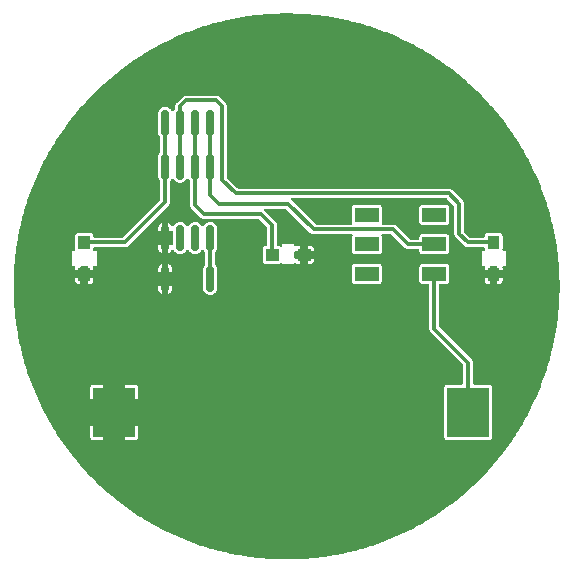
<source format=gbl>
G04 Layer: BottomLayer*
G04 EasyEDA v6.4.7, 2020-11-14T21:45:58--5:00*
G04 4beb7541176d43e18d54f8e2082e3679,79d071017cc24593b82b416037a8e878,10*
G04 Gerber Generator version 0.2*
G04 Scale: 100 percent, Rotated: No, Reflected: No *
G04 Dimensions in millimeters *
G04 leading zeros omitted , absolute positions ,3 integer and 3 decimal *
%FSLAX33Y33*%
%MOMM*%
G90*
D02*

%ADD11C,0.299999*%
%ADD12C,0.699999*%

%LPD*%
G36*
G01X23331Y46224D02*
G01X23114Y46225D01*
G01X22896Y46224D01*
G01X22679Y46221D01*
G01X22461Y46216D01*
G01X22244Y46209D01*
G01X22027Y46200D01*
G01X21810Y46188D01*
G01X21593Y46175D01*
G01X21376Y46159D01*
G01X21159Y46142D01*
G01X20943Y46123D01*
G01X20726Y46102D01*
G01X20511Y46078D01*
G01X20295Y46052D01*
G01X20079Y46025D01*
G01X19863Y45995D01*
G01X19648Y45964D01*
G01X19434Y45930D01*
G01X19219Y45894D01*
G01X19005Y45857D01*
G01X18791Y45817D01*
G01X18578Y45775D01*
G01X18365Y45732D01*
G01X18152Y45686D01*
G01X17941Y45639D01*
G01X17729Y45589D01*
G01X17518Y45537D01*
G01X17307Y45484D01*
G01X17097Y45428D01*
G01X16887Y45371D01*
G01X16678Y45311D01*
G01X16470Y45250D01*
G01X16262Y45186D01*
G01X16054Y45121D01*
G01X15848Y45053D01*
G01X15642Y44984D01*
G01X15436Y44913D01*
G01X15231Y44840D01*
G01X15028Y44764D01*
G01X14824Y44687D01*
G01X14622Y44609D01*
G01X14420Y44528D01*
G01X14219Y44445D01*
G01X14019Y44360D01*
G01X13819Y44274D01*
G01X13621Y44185D01*
G01X13423Y44095D01*
G01X13226Y44003D01*
G01X13030Y43909D01*
G01X12835Y43813D01*
G01X12641Y43716D01*
G01X12447Y43616D01*
G01X12255Y43515D01*
G01X12063Y43412D01*
G01X11873Y43308D01*
G01X11684Y43201D01*
G01X11495Y43092D01*
G01X11308Y42982D01*
G01X11121Y42870D01*
G01X10936Y42756D01*
G01X10752Y42641D01*
G01X10568Y42524D01*
G01X10387Y42405D01*
G01X10206Y42284D01*
G01X10026Y42162D01*
G01X9848Y42039D01*
G01X9670Y41913D01*
G01X9494Y41786D01*
G01X9319Y41657D01*
G01X9145Y41526D01*
G01X8972Y41394D01*
G01X8801Y41260D01*
G01X8631Y41125D01*
G01X8462Y40987D01*
G01X8295Y40849D01*
G01X8129Y40709D01*
G01X7964Y40567D01*
G01X7800Y40424D01*
G01X7638Y40279D01*
G01X7477Y40133D01*
G01X7318Y39985D01*
G01X7160Y39835D01*
G01X7003Y39684D01*
G01X6848Y39533D01*
G01X6694Y39379D01*
G01X6543Y39224D01*
G01X6392Y39067D01*
G01X6242Y38909D01*
G01X6094Y38750D01*
G01X5948Y38589D01*
G01X5803Y38427D01*
G01X5660Y38263D01*
G01X5518Y38098D01*
G01X5378Y37932D01*
G01X5240Y37765D01*
G01X5102Y37596D01*
G01X4967Y37426D01*
G01X4833Y37255D01*
G01X4701Y37082D01*
G01X4570Y36908D01*
G01X4441Y36733D01*
G01X4314Y36557D01*
G01X4188Y36379D01*
G01X4065Y36201D01*
G01X3943Y36021D01*
G01X3822Y35840D01*
G01X3703Y35659D01*
G01X3586Y35475D01*
G01X3471Y35291D01*
G01X3357Y35106D01*
G01X3245Y34919D01*
G01X3135Y34732D01*
G01X3026Y34544D01*
G01X2919Y34354D01*
G01X2815Y34164D01*
G01X2712Y33972D01*
G01X2611Y33780D01*
G01X2511Y33586D01*
G01X2414Y33392D01*
G01X2318Y33197D01*
G01X2224Y33001D01*
G01X2132Y32804D01*
G01X2042Y32606D01*
G01X1953Y32408D01*
G01X1867Y32208D01*
G01X1782Y32008D01*
G01X1699Y31807D01*
G01X1618Y31605D01*
G01X1540Y31403D01*
G01X1463Y31199D01*
G01X1387Y30996D01*
G01X1314Y30791D01*
G01X1243Y30585D01*
G01X1174Y30379D01*
G01X1106Y30173D01*
G01X1041Y29965D01*
G01X977Y29757D01*
G01X916Y29549D01*
G01X856Y29340D01*
G01X799Y29130D01*
G01X743Y28920D01*
G01X690Y28709D01*
G01X638Y28498D01*
G01X588Y28286D01*
G01X541Y28075D01*
G01X495Y27862D01*
G01X452Y27649D01*
G01X410Y27436D01*
G01X370Y27222D01*
G01X333Y27008D01*
G01X297Y26793D01*
G01X263Y26579D01*
G01X232Y26364D01*
G01X202Y26148D01*
G01X175Y25932D01*
G01X149Y25716D01*
G01X125Y25501D01*
G01X104Y25284D01*
G01X85Y25068D01*
G01X68Y24851D01*
G01X52Y24634D01*
G01X39Y24417D01*
G01X27Y24200D01*
G01X18Y23983D01*
G01X11Y23766D01*
G01X6Y23548D01*
G01X3Y23331D01*
G01X2Y23114D01*
G01X3Y22896D01*
G01X6Y22679D01*
G01X11Y22461D01*
G01X18Y22244D01*
G01X27Y22027D01*
G01X39Y21810D01*
G01X52Y21593D01*
G01X68Y21376D01*
G01X85Y21159D01*
G01X104Y20943D01*
G01X125Y20726D01*
G01X149Y20511D01*
G01X175Y20295D01*
G01X202Y20079D01*
G01X232Y19863D01*
G01X263Y19648D01*
G01X297Y19434D01*
G01X333Y19219D01*
G01X370Y19005D01*
G01X410Y18791D01*
G01X452Y18578D01*
G01X495Y18365D01*
G01X541Y18152D01*
G01X588Y17941D01*
G01X638Y17729D01*
G01X690Y17518D01*
G01X743Y17307D01*
G01X799Y17097D01*
G01X856Y16887D01*
G01X916Y16678D01*
G01X977Y16470D01*
G01X1041Y16262D01*
G01X1106Y16054D01*
G01X1174Y15848D01*
G01X1243Y15642D01*
G01X1314Y15436D01*
G01X1387Y15231D01*
G01X1463Y15028D01*
G01X1540Y14824D01*
G01X1618Y14622D01*
G01X1699Y14420D01*
G01X1782Y14219D01*
G01X1867Y14019D01*
G01X1953Y13819D01*
G01X2042Y13621D01*
G01X2132Y13423D01*
G01X2224Y13226D01*
G01X2318Y13030D01*
G01X2414Y12835D01*
G01X2511Y12641D01*
G01X2611Y12447D01*
G01X2712Y12255D01*
G01X2815Y12063D01*
G01X2919Y11873D01*
G01X3026Y11684D01*
G01X3135Y11495D01*
G01X3245Y11308D01*
G01X3357Y11121D01*
G01X3471Y10936D01*
G01X3586Y10752D01*
G01X3703Y10568D01*
G01X3822Y10387D01*
G01X3943Y10206D01*
G01X4065Y10026D01*
G01X4188Y9848D01*
G01X4314Y9670D01*
G01X4441Y9494D01*
G01X4570Y9319D01*
G01X4701Y9145D01*
G01X4833Y8972D01*
G01X4967Y8801D01*
G01X5102Y8631D01*
G01X5240Y8462D01*
G01X5378Y8295D01*
G01X5518Y8129D01*
G01X5660Y7964D01*
G01X5803Y7800D01*
G01X5948Y7638D01*
G01X6094Y7477D01*
G01X6242Y7318D01*
G01X6392Y7160D01*
G01X6543Y7003D01*
G01X6694Y6848D01*
G01X6848Y6694D01*
G01X7003Y6543D01*
G01X7160Y6392D01*
G01X7318Y6242D01*
G01X7477Y6094D01*
G01X7638Y5948D01*
G01X7800Y5803D01*
G01X7964Y5660D01*
G01X8129Y5518D01*
G01X8295Y5378D01*
G01X8462Y5240D01*
G01X8631Y5102D01*
G01X8801Y4967D01*
G01X8972Y4833D01*
G01X9145Y4701D01*
G01X9319Y4570D01*
G01X9494Y4441D01*
G01X9670Y4314D01*
G01X9848Y4188D01*
G01X10026Y4065D01*
G01X10206Y3943D01*
G01X10387Y3822D01*
G01X10568Y3703D01*
G01X10752Y3586D01*
G01X10936Y3471D01*
G01X11121Y3357D01*
G01X11308Y3245D01*
G01X11495Y3135D01*
G01X11684Y3026D01*
G01X11873Y2919D01*
G01X12063Y2815D01*
G01X12255Y2712D01*
G01X12447Y2611D01*
G01X12641Y2511D01*
G01X12835Y2414D01*
G01X13030Y2318D01*
G01X13226Y2224D01*
G01X13423Y2132D01*
G01X13621Y2042D01*
G01X13819Y1953D01*
G01X14019Y1867D01*
G01X14219Y1782D01*
G01X14420Y1699D01*
G01X14622Y1618D01*
G01X14824Y1540D01*
G01X15028Y1463D01*
G01X15231Y1387D01*
G01X15436Y1314D01*
G01X15642Y1243D01*
G01X15848Y1174D01*
G01X16054Y1106D01*
G01X16262Y1041D01*
G01X16470Y977D01*
G01X16678Y916D01*
G01X16887Y856D01*
G01X17097Y799D01*
G01X17307Y743D01*
G01X17518Y690D01*
G01X17729Y638D01*
G01X17941Y588D01*
G01X18152Y541D01*
G01X18365Y495D01*
G01X18578Y452D01*
G01X18791Y410D01*
G01X19005Y370D01*
G01X19219Y333D01*
G01X19434Y297D01*
G01X19648Y263D01*
G01X19863Y232D01*
G01X20079Y202D01*
G01X20295Y175D01*
G01X20511Y149D01*
G01X20726Y125D01*
G01X20943Y104D01*
G01X21159Y85D01*
G01X21376Y68D01*
G01X21593Y52D01*
G01X21810Y39D01*
G01X22027Y27D01*
G01X22244Y18D01*
G01X22461Y11D01*
G01X22679Y6D01*
G01X22896Y3D01*
G01X23114Y2D01*
G01X23331Y3D01*
G01X23548Y6D01*
G01X23766Y11D01*
G01X23983Y18D01*
G01X24200Y27D01*
G01X24417Y39D01*
G01X24634Y52D01*
G01X24851Y68D01*
G01X25068Y85D01*
G01X25284Y104D01*
G01X25501Y125D01*
G01X25716Y149D01*
G01X25932Y175D01*
G01X26148Y202D01*
G01X26364Y232D01*
G01X26579Y263D01*
G01X26793Y297D01*
G01X27008Y333D01*
G01X27222Y370D01*
G01X27436Y410D01*
G01X27649Y452D01*
G01X27862Y495D01*
G01X28075Y541D01*
G01X28286Y588D01*
G01X28498Y638D01*
G01X28709Y690D01*
G01X28920Y743D01*
G01X29130Y799D01*
G01X29340Y856D01*
G01X29549Y916D01*
G01X29757Y977D01*
G01X29965Y1041D01*
G01X30173Y1106D01*
G01X30379Y1174D01*
G01X30585Y1243D01*
G01X30791Y1314D01*
G01X30996Y1387D01*
G01X31199Y1463D01*
G01X31403Y1540D01*
G01X31605Y1618D01*
G01X31807Y1699D01*
G01X32008Y1782D01*
G01X32208Y1867D01*
G01X32408Y1953D01*
G01X32606Y2042D01*
G01X32804Y2132D01*
G01X33001Y2224D01*
G01X33197Y2318D01*
G01X33392Y2414D01*
G01X33586Y2511D01*
G01X33780Y2611D01*
G01X33972Y2712D01*
G01X34164Y2815D01*
G01X34354Y2919D01*
G01X34544Y3026D01*
G01X34732Y3135D01*
G01X34919Y3245D01*
G01X35106Y3357D01*
G01X35291Y3471D01*
G01X35475Y3586D01*
G01X35659Y3703D01*
G01X35840Y3822D01*
G01X36021Y3943D01*
G01X36201Y4065D01*
G01X36379Y4188D01*
G01X36557Y4314D01*
G01X36733Y4441D01*
G01X36908Y4570D01*
G01X37082Y4701D01*
G01X37255Y4833D01*
G01X37426Y4967D01*
G01X37596Y5102D01*
G01X37765Y5240D01*
G01X37932Y5378D01*
G01X38098Y5518D01*
G01X38263Y5660D01*
G01X38427Y5803D01*
G01X38589Y5948D01*
G01X38750Y6094D01*
G01X38909Y6242D01*
G01X39067Y6392D01*
G01X39224Y6543D01*
G01X39379Y6694D01*
G01X39533Y6848D01*
G01X39684Y7003D01*
G01X39835Y7160D01*
G01X39985Y7318D01*
G01X40133Y7477D01*
G01X40279Y7638D01*
G01X40424Y7800D01*
G01X40567Y7964D01*
G01X40709Y8129D01*
G01X40849Y8295D01*
G01X40987Y8462D01*
G01X41125Y8631D01*
G01X41260Y8801D01*
G01X41394Y8972D01*
G01X41526Y9145D01*
G01X41657Y9319D01*
G01X41786Y9494D01*
G01X41913Y9670D01*
G01X42039Y9848D01*
G01X42162Y10026D01*
G01X42284Y10206D01*
G01X42405Y10387D01*
G01X42524Y10568D01*
G01X42641Y10752D01*
G01X42756Y10936D01*
G01X42870Y11121D01*
G01X42982Y11308D01*
G01X43092Y11495D01*
G01X43201Y11684D01*
G01X43308Y11873D01*
G01X43412Y12063D01*
G01X43515Y12255D01*
G01X43616Y12447D01*
G01X43716Y12641D01*
G01X43813Y12835D01*
G01X43909Y13030D01*
G01X44003Y13226D01*
G01X44095Y13423D01*
G01X44185Y13621D01*
G01X44274Y13819D01*
G01X44360Y14019D01*
G01X44445Y14219D01*
G01X44528Y14420D01*
G01X44609Y14622D01*
G01X44687Y14824D01*
G01X44764Y15028D01*
G01X44840Y15231D01*
G01X44913Y15436D01*
G01X44984Y15642D01*
G01X45053Y15848D01*
G01X45121Y16054D01*
G01X45186Y16262D01*
G01X45250Y16470D01*
G01X45311Y16678D01*
G01X45371Y16887D01*
G01X45428Y17097D01*
G01X45484Y17307D01*
G01X45537Y17518D01*
G01X45589Y17729D01*
G01X45639Y17941D01*
G01X45686Y18152D01*
G01X45732Y18365D01*
G01X45775Y18578D01*
G01X45817Y18791D01*
G01X45857Y19005D01*
G01X45894Y19219D01*
G01X45930Y19434D01*
G01X45964Y19648D01*
G01X45995Y19863D01*
G01X46025Y20079D01*
G01X46052Y20295D01*
G01X46078Y20511D01*
G01X46102Y20726D01*
G01X46123Y20943D01*
G01X46142Y21159D01*
G01X46159Y21376D01*
G01X46175Y21593D01*
G01X46188Y21810D01*
G01X46200Y22027D01*
G01X46209Y22244D01*
G01X46216Y22461D01*
G01X46221Y22679D01*
G01X46224Y22896D01*
G01X46225Y23114D01*
G01X46224Y23331D01*
G01X46221Y23548D01*
G01X46216Y23766D01*
G01X46209Y23983D01*
G01X46200Y24200D01*
G01X46188Y24417D01*
G01X46175Y24634D01*
G01X46159Y24851D01*
G01X46142Y25068D01*
G01X46123Y25284D01*
G01X46102Y25501D01*
G01X46078Y25716D01*
G01X46052Y25932D01*
G01X46025Y26148D01*
G01X45995Y26364D01*
G01X45964Y26579D01*
G01X45930Y26793D01*
G01X45894Y27008D01*
G01X45857Y27222D01*
G01X45817Y27436D01*
G01X45775Y27649D01*
G01X45732Y27862D01*
G01X45686Y28075D01*
G01X45639Y28286D01*
G01X45589Y28498D01*
G01X45537Y28709D01*
G01X45484Y28920D01*
G01X45428Y29130D01*
G01X45371Y29340D01*
G01X45311Y29549D01*
G01X45250Y29757D01*
G01X45186Y29965D01*
G01X45121Y30173D01*
G01X45053Y30379D01*
G01X44984Y30585D01*
G01X44913Y30791D01*
G01X44840Y30996D01*
G01X44764Y31199D01*
G01X44687Y31403D01*
G01X44609Y31605D01*
G01X44528Y31807D01*
G01X44445Y32008D01*
G01X44360Y32208D01*
G01X44274Y32408D01*
G01X44185Y32606D01*
G01X44095Y32804D01*
G01X44003Y33001D01*
G01X43909Y33197D01*
G01X43813Y33392D01*
G01X43716Y33586D01*
G01X43616Y33780D01*
G01X43515Y33972D01*
G01X43412Y34164D01*
G01X43308Y34354D01*
G01X43201Y34544D01*
G01X43092Y34732D01*
G01X42982Y34919D01*
G01X42870Y35106D01*
G01X42756Y35291D01*
G01X42641Y35475D01*
G01X42524Y35659D01*
G01X42405Y35840D01*
G01X42284Y36021D01*
G01X42162Y36201D01*
G01X42039Y36379D01*
G01X41913Y36557D01*
G01X41786Y36733D01*
G01X41657Y36908D01*
G01X41526Y37082D01*
G01X41394Y37255D01*
G01X41260Y37426D01*
G01X41125Y37596D01*
G01X40987Y37765D01*
G01X40849Y37932D01*
G01X40709Y38098D01*
G01X40567Y38263D01*
G01X40424Y38427D01*
G01X40279Y38589D01*
G01X40133Y38750D01*
G01X39985Y38909D01*
G01X39835Y39067D01*
G01X39684Y39224D01*
G01X39533Y39379D01*
G01X39379Y39533D01*
G01X39224Y39684D01*
G01X39067Y39835D01*
G01X38909Y39985D01*
G01X38750Y40133D01*
G01X38589Y40279D01*
G01X38427Y40424D01*
G01X38263Y40567D01*
G01X38098Y40709D01*
G01X37932Y40849D01*
G01X37765Y40987D01*
G01X37596Y41125D01*
G01X37426Y41260D01*
G01X37255Y41394D01*
G01X37082Y41526D01*
G01X36908Y41657D01*
G01X36733Y41786D01*
G01X36557Y41913D01*
G01X36379Y42039D01*
G01X36201Y42162D01*
G01X36021Y42284D01*
G01X35840Y42405D01*
G01X35659Y42524D01*
G01X35475Y42641D01*
G01X35291Y42756D01*
G01X35106Y42870D01*
G01X34919Y42982D01*
G01X34732Y43092D01*
G01X34544Y43201D01*
G01X34354Y43308D01*
G01X34164Y43412D01*
G01X33972Y43515D01*
G01X33780Y43616D01*
G01X33586Y43716D01*
G01X33392Y43813D01*
G01X33197Y43909D01*
G01X33001Y44003D01*
G01X32804Y44095D01*
G01X32606Y44185D01*
G01X32408Y44274D01*
G01X32208Y44360D01*
G01X32008Y44445D01*
G01X31807Y44528D01*
G01X31605Y44609D01*
G01X31403Y44687D01*
G01X31199Y44764D01*
G01X30996Y44840D01*
G01X30791Y44913D01*
G01X30585Y44984D01*
G01X30379Y45053D01*
G01X30173Y45121D01*
G01X29965Y45186D01*
G01X29757Y45250D01*
G01X29549Y45311D01*
G01X29340Y45371D01*
G01X29130Y45428D01*
G01X28920Y45484D01*
G01X28709Y45537D01*
G01X28498Y45589D01*
G01X28286Y45639D01*
G01X28075Y45686D01*
G01X27862Y45732D01*
G01X27649Y45775D01*
G01X27436Y45817D01*
G01X27222Y45857D01*
G01X27008Y45894D01*
G01X26793Y45930D01*
G01X26579Y45964D01*
G01X26364Y45995D01*
G01X26148Y46025D01*
G01X25932Y46052D01*
G01X25716Y46078D01*
G01X25501Y46102D01*
G01X25284Y46123D01*
G01X25068Y46142D01*
G01X24851Y46159D01*
G01X24634Y46175D01*
G01X24417Y46188D01*
G01X24200Y46200D01*
G01X23983Y46209D01*
G01X23766Y46216D01*
G01X23548Y46221D01*
G01X23331Y46224D01*
G37*

%LPC*%
G36*
G01X7568Y11332D02*
G01X6500Y11332D01*
G01X6500Y10345D01*
G01X6501Y10322D01*
G01X6504Y10298D01*
G01X6510Y10275D01*
G01X6518Y10253D01*
G01X6527Y10231D01*
G01X6538Y10210D01*
G01X6552Y10191D01*
G01X6567Y10173D01*
G01X6584Y10156D01*
G01X6602Y10141D01*
G01X6622Y10127D01*
G01X6643Y10116D01*
G01X6664Y10106D01*
G01X6686Y10099D01*
G01X6710Y10093D01*
G01X6733Y10090D01*
G01X6757Y10089D01*
G01X7568Y10089D01*
G01X7568Y11332D01*
G37*
G36*
G01X10513Y11332D02*
G01X9445Y11332D01*
G01X9445Y10089D01*
G01X10257Y10089D01*
G01X10280Y10090D01*
G01X10304Y10093D01*
G01X10327Y10099D01*
G01X10349Y10106D01*
G01X10371Y10116D01*
G01X10392Y10127D01*
G01X10411Y10141D01*
G01X10430Y10156D01*
G01X10447Y10173D01*
G01X10461Y10191D01*
G01X10475Y10210D01*
G01X10486Y10231D01*
G01X10496Y10253D01*
G01X10503Y10275D01*
G01X10509Y10298D01*
G01X10512Y10322D01*
G01X10513Y10345D01*
G01X10513Y11332D01*
G37*
G36*
G01X36616Y25026D02*
G01X34616Y25026D01*
G01X34592Y25025D01*
G01X34568Y25022D01*
G01X34546Y25016D01*
G01X34523Y25009D01*
G01X34501Y24999D01*
G01X34481Y24988D01*
G01X34461Y24974D01*
G01X34443Y24959D01*
G01X34426Y24942D01*
G01X34411Y24925D01*
G01X34398Y24905D01*
G01X34386Y24884D01*
G01X34376Y24863D01*
G01X34369Y24840D01*
G01X34364Y24817D01*
G01X34360Y24793D01*
G01X34359Y24770D01*
G01X34359Y23570D01*
G01X34360Y23546D01*
G01X34364Y23522D01*
G01X34369Y23500D01*
G01X34376Y23477D01*
G01X34386Y23455D01*
G01X34398Y23435D01*
G01X34411Y23415D01*
G01X34426Y23397D01*
G01X34443Y23380D01*
G01X34461Y23365D01*
G01X34481Y23352D01*
G01X34501Y23340D01*
G01X34523Y23330D01*
G01X34546Y23323D01*
G01X34568Y23318D01*
G01X34592Y23314D01*
G01X34616Y23313D01*
G01X35107Y23313D01*
G01X35122Y23312D01*
G01X35136Y23309D01*
G01X35150Y23304D01*
G01X35162Y23297D01*
G01X35174Y23288D01*
G01X35184Y23278D01*
G01X35193Y23266D01*
G01X35200Y23254D01*
G01X35205Y23241D01*
G01X35208Y23226D01*
G01X35209Y23212D01*
G01X35209Y19502D01*
G01X35210Y19473D01*
G01X35213Y19444D01*
G01X35218Y19415D01*
G01X35225Y19387D01*
G01X35234Y19359D01*
G01X35246Y19333D01*
G01X35259Y19307D01*
G01X35273Y19282D01*
G01X35290Y19258D01*
G01X35308Y19235D01*
G01X35328Y19214D01*
G01X38044Y16498D01*
G01X38055Y16486D01*
G01X38063Y16472D01*
G01X38069Y16457D01*
G01X38073Y16442D01*
G01X38074Y16426D01*
G01X38075Y14904D01*
G01X38074Y14889D01*
G01X38071Y14875D01*
G01X38066Y14862D01*
G01X38059Y14849D01*
G01X38050Y14837D01*
G01X38040Y14827D01*
G01X38028Y14818D01*
G01X38016Y14811D01*
G01X38002Y14806D01*
G01X37988Y14803D01*
G01X37974Y14802D01*
G01X36732Y14802D01*
G01X36709Y14801D01*
G01X36685Y14798D01*
G01X36662Y14792D01*
G01X36640Y14785D01*
G01X36618Y14775D01*
G01X36597Y14764D01*
G01X36578Y14750D01*
G01X36559Y14735D01*
G01X36542Y14718D01*
G01X36528Y14700D01*
G01X36514Y14681D01*
G01X36503Y14660D01*
G01X36493Y14638D01*
G01X36486Y14616D01*
G01X36480Y14593D01*
G01X36477Y14569D01*
G01X36476Y14546D01*
G01X36476Y10345D01*
G01X36477Y10322D01*
G01X36480Y10298D01*
G01X36486Y10275D01*
G01X36493Y10253D01*
G01X36503Y10231D01*
G01X36514Y10210D01*
G01X36528Y10191D01*
G01X36542Y10173D01*
G01X36559Y10156D01*
G01X36578Y10141D01*
G01X36597Y10127D01*
G01X36618Y10116D01*
G01X36640Y10106D01*
G01X36662Y10099D01*
G01X36685Y10093D01*
G01X36709Y10090D01*
G01X36732Y10089D01*
G01X40232Y10089D01*
G01X40256Y10090D01*
G01X40279Y10093D01*
G01X40303Y10099D01*
G01X40325Y10106D01*
G01X40346Y10116D01*
G01X40367Y10127D01*
G01X40387Y10141D01*
G01X40405Y10156D01*
G01X40422Y10173D01*
G01X40437Y10191D01*
G01X40451Y10210D01*
G01X40462Y10231D01*
G01X40471Y10253D01*
G01X40479Y10275D01*
G01X40485Y10298D01*
G01X40488Y10322D01*
G01X40489Y10345D01*
G01X40489Y14546D01*
G01X40488Y14569D01*
G01X40485Y14593D01*
G01X40479Y14616D01*
G01X40471Y14638D01*
G01X40462Y14660D01*
G01X40451Y14681D01*
G01X40437Y14700D01*
G01X40422Y14718D01*
G01X40405Y14735D01*
G01X40387Y14750D01*
G01X40367Y14764D01*
G01X40346Y14775D01*
G01X40325Y14785D01*
G01X40303Y14792D01*
G01X40279Y14798D01*
G01X40256Y14801D01*
G01X40232Y14802D01*
G01X38990Y14802D01*
G01X38975Y14803D01*
G01X38961Y14806D01*
G01X38947Y14811D01*
G01X38935Y14818D01*
G01X38923Y14827D01*
G01X38913Y14837D01*
G01X38904Y14849D01*
G01X38897Y14862D01*
G01X38892Y14875D01*
G01X38889Y14889D01*
G01X38888Y14904D01*
G01X38887Y16637D01*
G01X38886Y16666D01*
G01X38883Y16694D01*
G01X38878Y16723D01*
G01X38871Y16751D01*
G01X38862Y16779D01*
G01X38850Y16806D01*
G01X38837Y16832D01*
G01X38822Y16856D01*
G01X38806Y16880D01*
G01X38788Y16903D01*
G01X38768Y16924D01*
G01X36052Y19640D01*
G01X36041Y19652D01*
G01X36033Y19666D01*
G01X36027Y19681D01*
G01X36023Y19696D01*
G01X36022Y19712D01*
G01X36022Y23212D01*
G01X36023Y23226D01*
G01X36026Y23241D01*
G01X36031Y23254D01*
G01X36038Y23266D01*
G01X36047Y23278D01*
G01X36057Y23288D01*
G01X36069Y23297D01*
G01X36081Y23304D01*
G01X36095Y23309D01*
G01X36109Y23312D01*
G01X36123Y23313D01*
G01X36616Y23313D01*
G01X36640Y23314D01*
G01X36663Y23318D01*
G01X36686Y23323D01*
G01X36708Y23330D01*
G01X36730Y23340D01*
G01X36751Y23352D01*
G01X36770Y23365D01*
G01X36788Y23380D01*
G01X36805Y23397D01*
G01X36820Y23415D01*
G01X36834Y23435D01*
G01X36845Y23455D01*
G01X36855Y23477D01*
G01X36863Y23500D01*
G01X36868Y23522D01*
G01X36871Y23546D01*
G01X36872Y23570D01*
G01X36872Y24770D01*
G01X36871Y24793D01*
G01X36868Y24817D01*
G01X36863Y24840D01*
G01X36855Y24863D01*
G01X36845Y24884D01*
G01X36834Y24905D01*
G01X36820Y24925D01*
G01X36805Y24942D01*
G01X36788Y24959D01*
G01X36770Y24974D01*
G01X36751Y24988D01*
G01X36730Y24999D01*
G01X36708Y25009D01*
G01X36686Y25016D01*
G01X36663Y25022D01*
G01X36640Y25025D01*
G01X36616Y25026D01*
G37*
G36*
G01X10257Y14802D02*
G01X9445Y14802D01*
G01X9445Y13559D01*
G01X10513Y13559D01*
G01X10513Y14546D01*
G01X10512Y14569D01*
G01X10509Y14593D01*
G01X10503Y14616D01*
G01X10496Y14638D01*
G01X10486Y14660D01*
G01X10475Y14681D01*
G01X10461Y14700D01*
G01X10447Y14718D01*
G01X10430Y14735D01*
G01X10411Y14750D01*
G01X10392Y14764D01*
G01X10371Y14775D01*
G01X10349Y14785D01*
G01X10327Y14792D01*
G01X10304Y14798D01*
G01X10280Y14801D01*
G01X10257Y14802D01*
G37*
G36*
G01X7568Y14802D02*
G01X6757Y14802D01*
G01X6733Y14801D01*
G01X6710Y14798D01*
G01X6686Y14792D01*
G01X6664Y14785D01*
G01X6643Y14775D01*
G01X6622Y14764D01*
G01X6602Y14750D01*
G01X6584Y14735D01*
G01X6567Y14718D01*
G01X6552Y14700D01*
G01X6538Y14681D01*
G01X6527Y14660D01*
G01X6518Y14638D01*
G01X6510Y14616D01*
G01X6504Y14593D01*
G01X6501Y14569D01*
G01X6500Y14546D01*
G01X6500Y13559D01*
G01X7568Y13559D01*
G01X7568Y14802D01*
G37*
G36*
G01X14132Y28558D02*
G01X14097Y28559D01*
G01X14061Y28558D01*
G01X14026Y28555D01*
G01X13990Y28550D01*
G01X13956Y28543D01*
G01X13922Y28534D01*
G01X13888Y28522D01*
G01X13855Y28509D01*
G01X13823Y28494D01*
G01X13792Y28477D01*
G01X13761Y28459D01*
G01X13732Y28438D01*
G01X13705Y28416D01*
G01X13678Y28392D01*
G01X13653Y28367D01*
G01X13630Y28340D01*
G01X13608Y28312D01*
G01X13587Y28283D01*
G01X13569Y28253D01*
G01X13552Y28221D01*
G01X13544Y28208D01*
G01X13534Y28195D01*
G01X13522Y28184D01*
G01X13508Y28176D01*
G01X13494Y28170D01*
G01X13478Y28166D01*
G01X13462Y28165D01*
G01X13445Y28166D01*
G01X13430Y28170D01*
G01X13415Y28176D01*
G01X13401Y28184D01*
G01X13389Y28195D01*
G01X13379Y28208D01*
G01X13371Y28221D01*
G01X13354Y28253D01*
G01X13335Y28283D01*
G01X13315Y28313D01*
G01X13292Y28341D01*
G01X13269Y28368D01*
G01X13244Y28393D01*
G01X13217Y28417D01*
G01X13189Y28439D01*
G01X13160Y28460D01*
G01X13129Y28478D01*
G01X13097Y28496D01*
G01X13065Y28510D01*
G01X13065Y27817D01*
G01X13388Y27817D01*
G01X13403Y27816D01*
G01X13417Y27813D01*
G01X13431Y27807D01*
G01X13443Y27800D01*
G01X13455Y27792D01*
G01X13465Y27782D01*
G01X13474Y27770D01*
G01X13481Y27757D01*
G01X13486Y27743D01*
G01X13489Y27729D01*
G01X13490Y27715D01*
G01X13490Y26691D01*
G01X13489Y26677D01*
G01X13486Y26662D01*
G01X13481Y26649D01*
G01X13474Y26636D01*
G01X13465Y26624D01*
G01X13455Y26614D01*
G01X13443Y26605D01*
G01X13431Y26598D01*
G01X13417Y26593D01*
G01X13403Y26590D01*
G01X13388Y26589D01*
G01X13065Y26589D01*
G01X13065Y25895D01*
G01X13097Y25910D01*
G01X13129Y25927D01*
G01X13160Y25946D01*
G01X13189Y25966D01*
G01X13217Y25989D01*
G01X13244Y26013D01*
G01X13269Y26038D01*
G01X13292Y26064D01*
G01X13315Y26093D01*
G01X13335Y26122D01*
G01X13354Y26153D01*
G01X13371Y26184D01*
G01X13379Y26198D01*
G01X13389Y26211D01*
G01X13401Y26221D01*
G01X13415Y26230D01*
G01X13430Y26236D01*
G01X13445Y26240D01*
G01X13462Y26241D01*
G01X13478Y26240D01*
G01X13494Y26236D01*
G01X13508Y26230D01*
G01X13522Y26221D01*
G01X13534Y26211D01*
G01X13544Y26198D01*
G01X13552Y26184D01*
G01X13569Y26153D01*
G01X13587Y26123D01*
G01X13608Y26093D01*
G01X13630Y26065D01*
G01X13653Y26039D01*
G01X13678Y26014D01*
G01X13705Y25990D01*
G01X13732Y25968D01*
G01X13761Y25947D01*
G01X13792Y25929D01*
G01X13823Y25912D01*
G01X13855Y25897D01*
G01X13888Y25884D01*
G01X13922Y25872D01*
G01X13956Y25863D01*
G01X13990Y25856D01*
G01X14026Y25851D01*
G01X14061Y25848D01*
G01X14097Y25847D01*
G01X14132Y25848D01*
G01X14168Y25851D01*
G01X14203Y25856D01*
G01X14237Y25863D01*
G01X14272Y25872D01*
G01X14305Y25884D01*
G01X14338Y25897D01*
G01X14370Y25912D01*
G01X14401Y25929D01*
G01X14432Y25947D01*
G01X14461Y25968D01*
G01X14488Y25990D01*
G01X14515Y26014D01*
G01X14540Y26039D01*
G01X14563Y26065D01*
G01X14585Y26093D01*
G01X14606Y26123D01*
G01X14624Y26153D01*
G01X14641Y26184D01*
G01X14649Y26198D01*
G01X14659Y26211D01*
G01X14671Y26221D01*
G01X14685Y26230D01*
G01X14700Y26236D01*
G01X14715Y26240D01*
G01X14732Y26241D01*
G01X14748Y26240D01*
G01X14764Y26236D01*
G01X14778Y26230D01*
G01X14792Y26221D01*
G01X14804Y26211D01*
G01X14814Y26198D01*
G01X14822Y26184D01*
G01X14839Y26153D01*
G01X14857Y26123D01*
G01X14878Y26093D01*
G01X14900Y26065D01*
G01X14923Y26039D01*
G01X14948Y26014D01*
G01X14975Y25990D01*
G01X15002Y25968D01*
G01X15031Y25947D01*
G01X15062Y25929D01*
G01X15093Y25912D01*
G01X15125Y25897D01*
G01X15158Y25884D01*
G01X15192Y25872D01*
G01X15226Y25863D01*
G01X15260Y25856D01*
G01X15296Y25851D01*
G01X15331Y25848D01*
G01X15367Y25847D01*
G01X15402Y25848D01*
G01X15438Y25851D01*
G01X15473Y25856D01*
G01X15507Y25863D01*
G01X15542Y25872D01*
G01X15575Y25884D01*
G01X15608Y25897D01*
G01X15640Y25912D01*
G01X15671Y25929D01*
G01X15702Y25947D01*
G01X15731Y25968D01*
G01X15758Y25990D01*
G01X15785Y26014D01*
G01X15810Y26039D01*
G01X15833Y26065D01*
G01X15855Y26093D01*
G01X15876Y26123D01*
G01X15894Y26153D01*
G01X15911Y26184D01*
G01X15919Y26198D01*
G01X15929Y26211D01*
G01X15941Y26221D01*
G01X15955Y26230D01*
G01X15970Y26236D01*
G01X15985Y26240D01*
G01X16002Y26241D01*
G01X16018Y26240D01*
G01X16034Y26236D01*
G01X16048Y26230D01*
G01X16062Y26221D01*
G01X16074Y26211D01*
G01X16084Y26198D01*
G01X16092Y26184D01*
G01X16110Y26151D01*
G01X16130Y26119D01*
G01X16152Y26088D01*
G01X16176Y26058D01*
G01X16201Y26030D01*
G01X16211Y26018D01*
G01X16219Y26005D01*
G01X16225Y25990D01*
G01X16229Y25975D01*
G01X16230Y25960D01*
G01X16230Y24992D01*
G01X16229Y24976D01*
G01X16225Y24961D01*
G01X16219Y24946D01*
G01X16211Y24933D01*
G01X16201Y24921D01*
G01X16177Y24895D01*
G01X16154Y24867D01*
G01X16114Y24807D01*
G01X16097Y24776D01*
G01X16081Y24743D01*
G01X16068Y24710D01*
G01X16056Y24676D01*
G01X16047Y24641D01*
G01X16040Y24606D01*
G01X16034Y24570D01*
G01X16031Y24534D01*
G01X16030Y24498D01*
G01X16030Y22999D01*
G01X16031Y22963D01*
G01X16034Y22928D01*
G01X16039Y22893D01*
G01X16046Y22858D01*
G01X16055Y22824D01*
G01X16067Y22791D01*
G01X16080Y22758D01*
G01X16094Y22726D01*
G01X16111Y22695D01*
G01X16130Y22665D01*
G01X16150Y22636D01*
G01X16172Y22609D01*
G01X16196Y22582D01*
G01X16220Y22557D01*
G01X16247Y22534D01*
G01X16274Y22512D01*
G01X16303Y22492D01*
G01X16333Y22473D01*
G01X16364Y22457D01*
G01X16396Y22441D01*
G01X16429Y22429D01*
G01X16463Y22418D01*
G01X16497Y22408D01*
G01X16531Y22401D01*
G01X16566Y22396D01*
G01X16601Y22393D01*
G01X16637Y22392D01*
G01X16672Y22393D01*
G01X16707Y22396D01*
G01X16742Y22401D01*
G01X16776Y22408D01*
G01X16810Y22418D01*
G01X16844Y22429D01*
G01X16877Y22441D01*
G01X16909Y22457D01*
G01X16940Y22473D01*
G01X16970Y22492D01*
G01X16999Y22512D01*
G01X17026Y22534D01*
G01X17053Y22557D01*
G01X17077Y22582D01*
G01X17101Y22609D01*
G01X17123Y22636D01*
G01X17143Y22665D01*
G01X17162Y22695D01*
G01X17179Y22726D01*
G01X17193Y22758D01*
G01X17206Y22791D01*
G01X17218Y22824D01*
G01X17227Y22858D01*
G01X17234Y22893D01*
G01X17239Y22928D01*
G01X17242Y22963D01*
G01X17243Y22999D01*
G01X17243Y24498D01*
G01X17242Y24534D01*
G01X17239Y24570D01*
G01X17233Y24606D01*
G01X17226Y24641D01*
G01X17217Y24676D01*
G01X17205Y24710D01*
G01X17192Y24743D01*
G01X17176Y24776D01*
G01X17159Y24807D01*
G01X17119Y24867D01*
G01X17096Y24895D01*
G01X17072Y24921D01*
G01X17062Y24933D01*
G01X17054Y24946D01*
G01X17048Y24961D01*
G01X17044Y24976D01*
G01X17043Y24992D01*
G01X17043Y25960D01*
G01X17044Y25975D01*
G01X17048Y25990D01*
G01X17054Y26005D01*
G01X17062Y26018D01*
G01X17072Y26030D01*
G01X17096Y26057D01*
G01X17119Y26085D01*
G01X17139Y26114D01*
G01X17159Y26144D01*
G01X17176Y26176D01*
G01X17192Y26208D01*
G01X17205Y26242D01*
G01X17217Y26276D01*
G01X17226Y26310D01*
G01X17233Y26345D01*
G01X17239Y26381D01*
G01X17242Y26417D01*
G01X17243Y26453D01*
G01X17243Y27953D01*
G01X17242Y27988D01*
G01X17239Y28023D01*
G01X17234Y28058D01*
G01X17227Y28093D01*
G01X17218Y28127D01*
G01X17206Y28160D01*
G01X17193Y28193D01*
G01X17179Y28225D01*
G01X17162Y28256D01*
G01X17143Y28286D01*
G01X17123Y28315D01*
G01X17101Y28343D01*
G01X17077Y28369D01*
G01X17053Y28394D01*
G01X17026Y28418D01*
G01X16999Y28439D01*
G01X16970Y28460D01*
G01X16940Y28478D01*
G01X16909Y28495D01*
G01X16877Y28510D01*
G01X16844Y28523D01*
G01X16810Y28534D01*
G01X16776Y28543D01*
G01X16742Y28550D01*
G01X16707Y28555D01*
G01X16672Y28558D01*
G01X16637Y28559D01*
G01X16601Y28558D01*
G01X16566Y28555D01*
G01X16530Y28550D01*
G01X16496Y28543D01*
G01X16462Y28534D01*
G01X16428Y28522D01*
G01X16395Y28509D01*
G01X16363Y28494D01*
G01X16332Y28477D01*
G01X16301Y28459D01*
G01X16272Y28438D01*
G01X16245Y28416D01*
G01X16218Y28392D01*
G01X16193Y28367D01*
G01X16170Y28340D01*
G01X16148Y28312D01*
G01X16127Y28283D01*
G01X16109Y28253D01*
G01X16092Y28221D01*
G01X16084Y28208D01*
G01X16074Y28195D01*
G01X16062Y28184D01*
G01X16048Y28176D01*
G01X16034Y28170D01*
G01X16018Y28166D01*
G01X16002Y28165D01*
G01X15985Y28166D01*
G01X15970Y28170D01*
G01X15955Y28176D01*
G01X15941Y28184D01*
G01X15929Y28195D01*
G01X15919Y28208D01*
G01X15911Y28221D01*
G01X15894Y28253D01*
G01X15876Y28283D01*
G01X15855Y28312D01*
G01X15833Y28340D01*
G01X15810Y28367D01*
G01X15785Y28392D01*
G01X15758Y28416D01*
G01X15731Y28438D01*
G01X15702Y28459D01*
G01X15671Y28477D01*
G01X15640Y28494D01*
G01X15608Y28509D01*
G01X15575Y28522D01*
G01X15542Y28534D01*
G01X15507Y28543D01*
G01X15473Y28550D01*
G01X15438Y28555D01*
G01X15402Y28558D01*
G01X15367Y28559D01*
G01X15331Y28558D01*
G01X15296Y28555D01*
G01X15260Y28550D01*
G01X15226Y28543D01*
G01X15192Y28534D01*
G01X15158Y28522D01*
G01X15125Y28509D01*
G01X15093Y28494D01*
G01X15062Y28477D01*
G01X15031Y28459D01*
G01X15002Y28438D01*
G01X14975Y28416D01*
G01X14948Y28392D01*
G01X14923Y28367D01*
G01X14900Y28340D01*
G01X14878Y28312D01*
G01X14857Y28283D01*
G01X14839Y28253D01*
G01X14822Y28221D01*
G01X14814Y28208D01*
G01X14804Y28195D01*
G01X14792Y28184D01*
G01X14778Y28176D01*
G01X14764Y28170D01*
G01X14748Y28166D01*
G01X14732Y28165D01*
G01X14715Y28166D01*
G01X14700Y28170D01*
G01X14685Y28176D01*
G01X14671Y28184D01*
G01X14659Y28195D01*
G01X14649Y28208D01*
G01X14641Y28221D01*
G01X14624Y28253D01*
G01X14606Y28283D01*
G01X14585Y28312D01*
G01X14563Y28340D01*
G01X14540Y28367D01*
G01X14515Y28392D01*
G01X14488Y28416D01*
G01X14461Y28438D01*
G01X14432Y28459D01*
G01X14401Y28477D01*
G01X14370Y28494D01*
G01X14338Y28509D01*
G01X14305Y28522D01*
G01X14272Y28534D01*
G01X14237Y28543D01*
G01X14203Y28550D01*
G01X14168Y28555D01*
G01X14132Y28558D01*
G37*
G36*
G01X13433Y23135D02*
G01X13065Y23135D01*
G01X13065Y22441D01*
G01X13097Y22456D01*
G01X13128Y22472D01*
G01X13158Y22491D01*
G01X13188Y22511D01*
G01X13215Y22533D01*
G01X13242Y22556D01*
G01X13267Y22582D01*
G01X13290Y22608D01*
G01X13313Y22635D01*
G01X13333Y22664D01*
G01X13351Y22694D01*
G01X13368Y22725D01*
G01X13383Y22758D01*
G01X13396Y22790D01*
G01X13408Y22824D01*
G01X13417Y22858D01*
G01X13424Y22893D01*
G01X13429Y22928D01*
G01X13432Y22963D01*
G01X13433Y22999D01*
G01X13433Y23135D01*
G37*
G36*
G01X12588Y23135D02*
G01X12220Y23135D01*
G01X12220Y22999D01*
G01X12221Y22963D01*
G01X12224Y22928D01*
G01X12229Y22893D01*
G01X12236Y22858D01*
G01X12245Y22824D01*
G01X12257Y22790D01*
G01X12270Y22758D01*
G01X12285Y22725D01*
G01X12302Y22694D01*
G01X12320Y22664D01*
G01X12341Y22635D01*
G01X12363Y22608D01*
G01X12386Y22582D01*
G01X12411Y22556D01*
G01X12438Y22533D01*
G01X12465Y22511D01*
G01X12495Y22491D01*
G01X12525Y22472D01*
G01X12556Y22456D01*
G01X12588Y22441D01*
G01X12588Y23135D01*
G37*
G36*
G01X30915Y25026D02*
G01X28916Y25026D01*
G01X28892Y25025D01*
G01X28869Y25022D01*
G01X28845Y25016D01*
G01X28823Y25009D01*
G01X28801Y24999D01*
G01X28781Y24988D01*
G01X28761Y24974D01*
G01X28743Y24959D01*
G01X28726Y24942D01*
G01X28711Y24925D01*
G01X28697Y24905D01*
G01X28686Y24884D01*
G01X28677Y24863D01*
G01X28669Y24840D01*
G01X28663Y24817D01*
G01X28660Y24793D01*
G01X28659Y24770D01*
G01X28659Y23570D01*
G01X28660Y23546D01*
G01X28663Y23522D01*
G01X28669Y23500D01*
G01X28677Y23477D01*
G01X28686Y23455D01*
G01X28697Y23435D01*
G01X28711Y23415D01*
G01X28726Y23397D01*
G01X28743Y23380D01*
G01X28761Y23365D01*
G01X28781Y23352D01*
G01X28801Y23340D01*
G01X28823Y23330D01*
G01X28845Y23323D01*
G01X28869Y23318D01*
G01X28892Y23314D01*
G01X28916Y23313D01*
G01X30915Y23313D01*
G01X30939Y23314D01*
G01X30963Y23318D01*
G01X30986Y23323D01*
G01X31008Y23330D01*
G01X31030Y23340D01*
G01X31050Y23352D01*
G01X31070Y23365D01*
G01X31089Y23380D01*
G01X31105Y23397D01*
G01X31120Y23415D01*
G01X31134Y23435D01*
G01X31145Y23455D01*
G01X31155Y23477D01*
G01X31162Y23500D01*
G01X31168Y23522D01*
G01X31171Y23546D01*
G01X31172Y23570D01*
G01X31172Y24770D01*
G01X31171Y24793D01*
G01X31168Y24817D01*
G01X31162Y24840D01*
G01X31155Y24863D01*
G01X31145Y24884D01*
G01X31134Y24905D01*
G01X31120Y24925D01*
G01X31105Y24942D01*
G01X31089Y24959D01*
G01X31070Y24974D01*
G01X31050Y24988D01*
G01X31030Y24999D01*
G01X31008Y25009D01*
G01X30986Y25016D01*
G01X30963Y25022D01*
G01X30939Y25025D01*
G01X30915Y25026D01*
G37*
G36*
G01X5658Y23793D02*
G01X5217Y23793D01*
G01X5217Y23583D01*
G01X5218Y23560D01*
G01X5221Y23536D01*
G01X5226Y23513D01*
G01X5234Y23491D01*
G01X5244Y23469D01*
G01X5255Y23448D01*
G01X5268Y23429D01*
G01X5284Y23411D01*
G01X5300Y23394D01*
G01X5319Y23379D01*
G01X5338Y23365D01*
G01X5359Y23354D01*
G01X5381Y23344D01*
G01X5403Y23337D01*
G01X5426Y23331D01*
G01X5449Y23328D01*
G01X5473Y23327D01*
G01X5658Y23327D01*
G01X5658Y23793D01*
G37*
G36*
G01X6720Y23793D02*
G01X6280Y23793D01*
G01X6280Y23327D01*
G01X6464Y23327D01*
G01X6488Y23328D01*
G01X6511Y23331D01*
G01X6534Y23337D01*
G01X6556Y23344D01*
G01X6578Y23354D01*
G01X6599Y23365D01*
G01X6618Y23379D01*
G01X6637Y23394D01*
G01X6653Y23411D01*
G01X6669Y23429D01*
G01X6682Y23448D01*
G01X6693Y23469D01*
G01X6703Y23491D01*
G01X6711Y23513D01*
G01X6716Y23536D01*
G01X6719Y23560D01*
G01X6720Y23583D01*
G01X6720Y23793D01*
G37*
G36*
G01X40328Y23793D02*
G01X39888Y23793D01*
G01X39888Y23583D01*
G01X39889Y23560D01*
G01X39892Y23536D01*
G01X39897Y23513D01*
G01X39905Y23491D01*
G01X39915Y23469D01*
G01X39926Y23448D01*
G01X39939Y23429D01*
G01X39955Y23411D01*
G01X39971Y23394D01*
G01X39990Y23379D01*
G01X40009Y23365D01*
G01X40030Y23354D01*
G01X40052Y23344D01*
G01X40074Y23337D01*
G01X40097Y23331D01*
G01X40120Y23328D01*
G01X40144Y23327D01*
G01X40328Y23327D01*
G01X40328Y23793D01*
G37*
G36*
G01X41391Y23793D02*
G01X40951Y23793D01*
G01X40951Y23327D01*
G01X41135Y23327D01*
G01X41159Y23328D01*
G01X41182Y23331D01*
G01X41205Y23337D01*
G01X41227Y23344D01*
G01X41249Y23354D01*
G01X41270Y23365D01*
G01X41289Y23379D01*
G01X41308Y23394D01*
G01X41324Y23411D01*
G01X41340Y23429D01*
G01X41353Y23448D01*
G01X41364Y23469D01*
G01X41374Y23491D01*
G01X41382Y23513D01*
G01X41387Y23536D01*
G01X41390Y23560D01*
G01X41391Y23583D01*
G01X41391Y23793D01*
G37*
G36*
G01X13097Y25041D02*
G01X13065Y25056D01*
G01X13065Y24362D01*
G01X13433Y24362D01*
G01X13433Y24498D01*
G01X13432Y24534D01*
G01X13429Y24569D01*
G01X13424Y24604D01*
G01X13417Y24639D01*
G01X13408Y24673D01*
G01X13396Y24707D01*
G01X13383Y24739D01*
G01X13368Y24772D01*
G01X13351Y24803D01*
G01X13333Y24833D01*
G01X13313Y24862D01*
G01X13290Y24889D01*
G01X13267Y24915D01*
G01X13242Y24941D01*
G01X13215Y24964D01*
G01X13188Y24986D01*
G01X13158Y25006D01*
G01X13128Y25025D01*
G01X13097Y25041D01*
G37*
G36*
G01X12588Y24362D02*
G01X12588Y25056D01*
G01X12556Y25041D01*
G01X12525Y25025D01*
G01X12495Y25006D01*
G01X12465Y24986D01*
G01X12438Y24964D01*
G01X12411Y24941D01*
G01X12386Y24915D01*
G01X12363Y24889D01*
G01X12341Y24862D01*
G01X12320Y24833D01*
G01X12302Y24803D01*
G01X12285Y24772D01*
G01X12270Y24739D01*
G01X12257Y24707D01*
G01X12245Y24673D01*
G01X12236Y24639D01*
G01X12229Y24604D01*
G01X12224Y24569D01*
G01X12221Y24534D01*
G01X12220Y24498D01*
G01X12220Y24362D01*
G01X12588Y24362D01*
G37*
G36*
G01X17145Y39268D02*
G01X14605Y39268D01*
G01X14576Y39267D01*
G01X14547Y39264D01*
G01X14518Y39259D01*
G01X14490Y39252D01*
G01X14462Y39243D01*
G01X14436Y39231D01*
G01X14409Y39218D01*
G01X14385Y39203D01*
G01X14361Y39187D01*
G01X14338Y39169D01*
G01X14317Y39149D01*
G01X13809Y38641D01*
G01X13789Y38620D01*
G01X13771Y38597D01*
G01X13755Y38573D01*
G01X13740Y38549D01*
G01X13727Y38522D01*
G01X13716Y38496D01*
G01X13706Y38468D01*
G01X13699Y38440D01*
G01X13694Y38411D01*
G01X13691Y38382D01*
G01X13690Y38354D01*
G01X13690Y38200D01*
G01X13689Y38184D01*
G01X13685Y38169D01*
G01X13679Y38154D01*
G01X13671Y38141D01*
G01X13661Y38129D01*
G01X13636Y38101D01*
G01X13612Y38072D01*
G01X13590Y38041D01*
G01X13570Y38009D01*
G01X13552Y37975D01*
G01X13544Y37961D01*
G01X13534Y37949D01*
G01X13522Y37938D01*
G01X13508Y37930D01*
G01X13494Y37923D01*
G01X13478Y37920D01*
G01X13462Y37918D01*
G01X13445Y37920D01*
G01X13430Y37923D01*
G01X13415Y37930D01*
G01X13401Y37938D01*
G01X13389Y37949D01*
G01X13379Y37961D01*
G01X13371Y37975D01*
G01X13354Y38007D01*
G01X13336Y38037D01*
G01X13315Y38066D01*
G01X13293Y38094D01*
G01X13270Y38120D01*
G01X13245Y38146D01*
G01X13218Y38170D01*
G01X13191Y38191D01*
G01X13162Y38212D01*
G01X13131Y38231D01*
G01X13100Y38248D01*
G01X13068Y38263D01*
G01X13035Y38276D01*
G01X13002Y38287D01*
G01X12967Y38297D01*
G01X12933Y38304D01*
G01X12898Y38309D01*
G01X12862Y38312D01*
G01X12827Y38313D01*
G01X12791Y38312D01*
G01X12756Y38309D01*
G01X12721Y38304D01*
G01X12687Y38297D01*
G01X12653Y38287D01*
G01X12619Y38276D01*
G01X12586Y38264D01*
G01X12554Y38248D01*
G01X12523Y38232D01*
G01X12493Y38213D01*
G01X12464Y38193D01*
G01X12437Y38171D01*
G01X12410Y38148D01*
G01X12386Y38123D01*
G01X12362Y38096D01*
G01X12340Y38069D01*
G01X12320Y38040D01*
G01X12301Y38010D01*
G01X12284Y37979D01*
G01X12270Y37947D01*
G01X12257Y37914D01*
G01X12245Y37881D01*
G01X12236Y37847D01*
G01X12229Y37812D01*
G01X12224Y37777D01*
G01X12221Y37742D01*
G01X12220Y37706D01*
G01X12220Y36207D01*
G01X12221Y36171D01*
G01X12224Y36135D01*
G01X12230Y36099D01*
G01X12237Y36064D01*
G01X12246Y36029D01*
G01X12258Y35995D01*
G01X12271Y35962D01*
G01X12287Y35929D01*
G01X12304Y35898D01*
G01X12344Y35838D01*
G01X12367Y35810D01*
G01X12391Y35784D01*
G01X12401Y35772D01*
G01X12409Y35759D01*
G01X12415Y35744D01*
G01X12419Y35729D01*
G01X12420Y35713D01*
G01X12420Y34491D01*
G01X12419Y34476D01*
G01X12415Y34461D01*
G01X12409Y34446D01*
G01X12401Y34433D01*
G01X12391Y34421D01*
G01X12367Y34394D01*
G01X12344Y34366D01*
G01X12324Y34337D01*
G01X12304Y34306D01*
G01X12287Y34275D01*
G01X12271Y34243D01*
G01X12258Y34209D01*
G01X12246Y34175D01*
G01X12237Y34141D01*
G01X12230Y34106D01*
G01X12224Y34070D01*
G01X12221Y34034D01*
G01X12220Y33998D01*
G01X12220Y32498D01*
G01X12221Y32462D01*
G01X12224Y32426D01*
G01X12230Y32391D01*
G01X12237Y32356D01*
G01X12246Y32321D01*
G01X12258Y32287D01*
G01X12271Y32253D01*
G01X12287Y32221D01*
G01X12304Y32190D01*
G01X12324Y32159D01*
G01X12344Y32130D01*
G01X12367Y32102D01*
G01X12391Y32076D01*
G01X12401Y32063D01*
G01X12409Y32050D01*
G01X12415Y32036D01*
G01X12419Y32020D01*
G01X12420Y32005D01*
G01X12420Y30436D01*
G01X12419Y30420D01*
G01X12415Y30405D01*
G01X12409Y30390D01*
G01X12401Y30376D01*
G01X12390Y30364D01*
G01X9294Y27268D01*
G01X9282Y27258D01*
G01X9268Y27250D01*
G01X9254Y27244D01*
G01X9238Y27240D01*
G01X9223Y27238D01*
G01X6822Y27238D01*
G01X6808Y27239D01*
G01X6793Y27243D01*
G01X6780Y27248D01*
G01X6767Y27255D01*
G01X6755Y27263D01*
G01X6745Y27274D01*
G01X6737Y27285D01*
G01X6729Y27298D01*
G01X6724Y27312D01*
G01X6721Y27326D01*
G01X6720Y27340D01*
G01X6720Y27378D01*
G01X6719Y27402D01*
G01X6716Y27425D01*
G01X6711Y27448D01*
G01X6703Y27470D01*
G01X6693Y27492D01*
G01X6682Y27513D01*
G01X6669Y27532D01*
G01X6653Y27550D01*
G01X6637Y27567D01*
G01X6618Y27582D01*
G01X6599Y27596D01*
G01X6578Y27607D01*
G01X6556Y27617D01*
G01X6534Y27625D01*
G01X6511Y27630D01*
G01X6488Y27633D01*
G01X6464Y27634D01*
G01X5473Y27634D01*
G01X5449Y27633D01*
G01X5426Y27630D01*
G01X5403Y27625D01*
G01X5381Y27617D01*
G01X5359Y27607D01*
G01X5338Y27596D01*
G01X5319Y27582D01*
G01X5300Y27567D01*
G01X5284Y27550D01*
G01X5268Y27532D01*
G01X5255Y27513D01*
G01X5244Y27492D01*
G01X5234Y27470D01*
G01X5226Y27448D01*
G01X5221Y27425D01*
G01X5218Y27402D01*
G01X5217Y27378D01*
G01X5217Y26285D01*
G01X5218Y26261D01*
G01X5221Y26237D01*
G01X5223Y26217D01*
G01X5222Y26203D01*
G01X5219Y26188D01*
G01X5214Y26175D01*
G01X5207Y26162D01*
G01X5198Y26151D01*
G01X5188Y26140D01*
G01X5177Y26132D01*
G01X5164Y26125D01*
G01X5150Y26120D01*
G01X5136Y26117D01*
G01X5122Y26115D01*
G01X4953Y26115D01*
G01X4953Y24845D01*
G01X5122Y24845D01*
G01X5136Y24844D01*
G01X5150Y24841D01*
G01X5164Y24836D01*
G01X5177Y24830D01*
G01X5188Y24821D01*
G01X5198Y24810D01*
G01X5207Y24799D01*
G01X5214Y24786D01*
G01X5219Y24773D01*
G01X5222Y24758D01*
G01X5223Y24744D01*
G01X5221Y24724D01*
G01X5218Y24700D01*
G01X5217Y24676D01*
G01X5217Y24466D01*
G01X5658Y24466D01*
G01X5658Y24744D01*
G01X5659Y24758D01*
G01X5662Y24773D01*
G01X5667Y24786D01*
G01X5673Y24799D01*
G01X5682Y24810D01*
G01X5693Y24821D01*
G01X5704Y24830D01*
G01X5717Y24836D01*
G01X5730Y24841D01*
G01X5744Y24844D01*
G01X5759Y24845D01*
G01X6178Y24845D01*
G01X6193Y24844D01*
G01X6207Y24841D01*
G01X6220Y24836D01*
G01X6233Y24830D01*
G01X6244Y24821D01*
G01X6255Y24810D01*
G01X6264Y24799D01*
G01X6270Y24786D01*
G01X6275Y24773D01*
G01X6278Y24758D01*
G01X6280Y24744D01*
G01X6280Y24466D01*
G01X6720Y24466D01*
G01X6720Y24676D01*
G01X6719Y24700D01*
G01X6716Y24724D01*
G01X6714Y24744D01*
G01X6715Y24758D01*
G01X6718Y24773D01*
G01X6723Y24786D01*
G01X6730Y24799D01*
G01X6739Y24810D01*
G01X6749Y24821D01*
G01X6760Y24830D01*
G01X6773Y24836D01*
G01X6787Y24841D01*
G01X6801Y24844D01*
G01X6815Y24845D01*
G01X7048Y24845D01*
G01X7048Y26115D01*
G01X6815Y26115D01*
G01X6801Y26117D01*
G01X6787Y26120D01*
G01X6773Y26125D01*
G01X6760Y26132D01*
G01X6749Y26140D01*
G01X6739Y26151D01*
G01X6730Y26162D01*
G01X6723Y26175D01*
G01X6718Y26188D01*
G01X6715Y26203D01*
G01X6714Y26217D01*
G01X6716Y26237D01*
G01X6719Y26261D01*
G01X6720Y26285D01*
G01X6720Y26324D01*
G01X6721Y26338D01*
G01X6724Y26353D01*
G01X6729Y26366D01*
G01X6737Y26379D01*
G01X6745Y26391D01*
G01X6755Y26401D01*
G01X6767Y26409D01*
G01X6780Y26417D01*
G01X6793Y26422D01*
G01X6808Y26425D01*
G01X6822Y26426D01*
G01X9433Y26426D01*
G01X9462Y26427D01*
G01X9491Y26430D01*
G01X9519Y26435D01*
G01X9547Y26442D01*
G01X9575Y26451D01*
G01X9602Y26462D01*
G01X9628Y26475D01*
G01X9653Y26490D01*
G01X9677Y26506D01*
G01X9699Y26525D01*
G01X9721Y26545D01*
G01X13114Y29938D01*
G01X13134Y29959D01*
G01X13152Y29982D01*
G01X13168Y30006D01*
G01X13183Y30030D01*
G01X13196Y30057D01*
G01X13208Y30083D01*
G01X13217Y30111D01*
G01X13224Y30139D01*
G01X13229Y30168D01*
G01X13232Y30197D01*
G01X13233Y30226D01*
G01X13233Y32005D01*
G01X13234Y32020D01*
G01X13238Y32036D01*
G01X13244Y32050D01*
G01X13252Y32063D01*
G01X13262Y32076D01*
G01X13287Y32104D01*
G01X13311Y32133D01*
G01X13333Y32164D01*
G01X13353Y32196D01*
G01X13371Y32230D01*
G01X13379Y32243D01*
G01X13389Y32256D01*
G01X13401Y32267D01*
G01X13415Y32275D01*
G01X13430Y32281D01*
G01X13445Y32285D01*
G01X13462Y32286D01*
G01X13478Y32285D01*
G01X13494Y32281D01*
G01X13508Y32275D01*
G01X13522Y32267D01*
G01X13534Y32256D01*
G01X13544Y32243D01*
G01X13552Y32230D01*
G01X13569Y32198D01*
G01X13587Y32168D01*
G01X13608Y32139D01*
G01X13630Y32111D01*
G01X13653Y32084D01*
G01X13678Y32059D01*
G01X13705Y32035D01*
G01X13732Y32013D01*
G01X13761Y31992D01*
G01X13792Y31974D01*
G01X13823Y31957D01*
G01X13855Y31942D01*
G01X13888Y31929D01*
G01X13922Y31917D01*
G01X13956Y31908D01*
G01X13990Y31901D01*
G01X14026Y31896D01*
G01X14061Y31893D01*
G01X14097Y31892D01*
G01X14132Y31893D01*
G01X14168Y31896D01*
G01X14203Y31901D01*
G01X14237Y31908D01*
G01X14272Y31917D01*
G01X14305Y31929D01*
G01X14338Y31942D01*
G01X14370Y31957D01*
G01X14401Y31974D01*
G01X14432Y31992D01*
G01X14461Y32013D01*
G01X14488Y32035D01*
G01X14515Y32059D01*
G01X14540Y32084D01*
G01X14563Y32111D01*
G01X14585Y32139D01*
G01X14606Y32168D01*
G01X14624Y32198D01*
G01X14641Y32230D01*
G01X14649Y32243D01*
G01X14659Y32256D01*
G01X14671Y32267D01*
G01X14685Y32275D01*
G01X14700Y32281D01*
G01X14715Y32285D01*
G01X14732Y32286D01*
G01X14748Y32285D01*
G01X14764Y32281D01*
G01X14778Y32275D01*
G01X14792Y32267D01*
G01X14804Y32256D01*
G01X14814Y32243D01*
G01X14822Y32230D01*
G01X14840Y32196D01*
G01X14860Y32164D01*
G01X14882Y32133D01*
G01X14906Y32104D01*
G01X14931Y32076D01*
G01X14941Y32063D01*
G01X14949Y32050D01*
G01X14955Y32036D01*
G01X14959Y32020D01*
G01X14960Y32005D01*
G01X14960Y29972D01*
G01X14961Y29943D01*
G01X14964Y29914D01*
G01X14969Y29885D01*
G01X14976Y29857D01*
G01X14986Y29829D01*
G01X14997Y29803D01*
G01X15010Y29776D01*
G01X15025Y29752D01*
G01X15041Y29728D01*
G01X15059Y29705D01*
G01X15079Y29684D01*
G01X15841Y28922D01*
G01X15862Y28902D01*
G01X15885Y28884D01*
G01X15909Y28868D01*
G01X15933Y28853D01*
G01X15960Y28840D01*
G01X15986Y28829D01*
G01X16014Y28819D01*
G01X16042Y28812D01*
G01X16071Y28807D01*
G01X16100Y28804D01*
G01X16129Y28803D01*
G01X20744Y28803D01*
G01X20760Y28802D01*
G01X20775Y28798D01*
G01X20790Y28792D01*
G01X20804Y28784D01*
G01X20816Y28773D01*
G01X21453Y28136D01*
G01X21463Y28124D01*
G01X21472Y28111D01*
G01X21478Y28096D01*
G01X21481Y28080D01*
G01X21483Y28064D01*
G01X21483Y26634D01*
G01X21482Y26620D01*
G01X21479Y26605D01*
G01X21474Y26592D01*
G01X21467Y26579D01*
G01X21458Y26567D01*
G01X21448Y26557D01*
G01X21436Y26549D01*
G01X21423Y26541D01*
G01X21410Y26536D01*
G01X21395Y26533D01*
G01X21381Y26532D01*
G01X21344Y26532D01*
G01X21320Y26531D01*
G01X21296Y26528D01*
G01X21273Y26523D01*
G01X21251Y26515D01*
G01X21229Y26505D01*
G01X21209Y26494D01*
G01X21189Y26481D01*
G01X21170Y26465D01*
G01X21154Y26449D01*
G01X21139Y26430D01*
G01X21125Y26411D01*
G01X21114Y26390D01*
G01X21104Y26368D01*
G01X21097Y26346D01*
G01X21091Y26323D01*
G01X21088Y26300D01*
G01X21087Y26276D01*
G01X21087Y25285D01*
G01X21088Y25261D01*
G01X21091Y25238D01*
G01X21097Y25215D01*
G01X21104Y25193D01*
G01X21114Y25171D01*
G01X21125Y25150D01*
G01X21139Y25131D01*
G01X21154Y25112D01*
G01X21170Y25096D01*
G01X21189Y25080D01*
G01X21209Y25067D01*
G01X21229Y25056D01*
G01X21251Y25046D01*
G01X21273Y25038D01*
G01X21296Y25033D01*
G01X21320Y25030D01*
G01X21344Y25029D01*
G01X22436Y25029D01*
G01X22461Y25030D01*
G01X22486Y25034D01*
G01X22511Y25040D01*
G01X22534Y25048D01*
G01X22557Y25059D01*
G01X22579Y25072D01*
G01X22592Y25080D01*
G01X22606Y25085D01*
G01X22621Y25089D01*
G01X22635Y25090D01*
G01X22652Y25089D01*
G01X22667Y25085D01*
G01X22682Y25078D01*
G01X22696Y25070D01*
G01X22708Y25060D01*
G01X22718Y25047D01*
G01X22726Y25033D01*
G01X22733Y25019D01*
G01X23749Y25019D01*
G01X23755Y25033D01*
G01X23763Y25047D01*
G01X23773Y25060D01*
G01X23785Y25070D01*
G01X23799Y25078D01*
G01X23814Y25085D01*
G01X23829Y25089D01*
G01X23846Y25090D01*
G01X23860Y25089D01*
G01X23875Y25085D01*
G01X23889Y25080D01*
G01X23902Y25072D01*
G01X23924Y25059D01*
G01X23947Y25048D01*
G01X23970Y25040D01*
G01X23995Y25034D01*
G01X24020Y25030D01*
G01X24045Y25029D01*
G01X24255Y25029D01*
G01X24255Y25469D01*
G01X23850Y25469D01*
G01X23836Y25471D01*
G01X23822Y25474D01*
G01X23808Y25479D01*
G01X23795Y25485D01*
G01X23784Y25494D01*
G01X23773Y25505D01*
G01X23765Y25516D01*
G01X23758Y25529D01*
G01X23753Y25542D01*
G01X23750Y25556D01*
G01X23749Y25571D01*
G01X23749Y25990D01*
G01X23750Y26005D01*
G01X23753Y26019D01*
G01X23758Y26032D01*
G01X23765Y26045D01*
G01X23773Y26056D01*
G01X23784Y26067D01*
G01X23795Y26076D01*
G01X23808Y26082D01*
G01X23822Y26087D01*
G01X23836Y26090D01*
G01X23850Y26091D01*
G01X24255Y26091D01*
G01X24255Y26532D01*
G01X24045Y26532D01*
G01X24021Y26531D01*
G01X23996Y26528D01*
G01X23973Y26522D01*
G01X23949Y26514D01*
G01X23927Y26503D01*
G01X23905Y26491D01*
G01X23893Y26484D01*
G01X23879Y26478D01*
G01X23865Y26475D01*
G01X23850Y26474D01*
G01X23836Y26475D01*
G01X23822Y26478D01*
G01X23808Y26484D01*
G01X23795Y26491D01*
G01X23784Y26499D01*
G01X23773Y26509D01*
G01X23765Y26521D01*
G01X23758Y26534D01*
G01X23753Y26548D01*
G01X23750Y26561D01*
G01X23749Y26576D01*
G01X23749Y26670D01*
G01X22733Y26670D01*
G01X22733Y26576D01*
G01X22731Y26561D01*
G01X22728Y26548D01*
G01X22723Y26534D01*
G01X22716Y26521D01*
G01X22708Y26509D01*
G01X22697Y26499D01*
G01X22686Y26491D01*
G01X22673Y26484D01*
G01X22659Y26478D01*
G01X22645Y26475D01*
G01X22631Y26474D01*
G01X22616Y26475D01*
G01X22602Y26478D01*
G01X22588Y26484D01*
G01X22576Y26491D01*
G01X22554Y26503D01*
G01X22532Y26514D01*
G01X22508Y26522D01*
G01X22485Y26528D01*
G01X22460Y26531D01*
G01X22436Y26532D01*
G01X22397Y26532D01*
G01X22383Y26533D01*
G01X22369Y26536D01*
G01X22355Y26541D01*
G01X22342Y26549D01*
G01X22331Y26557D01*
G01X22321Y26567D01*
G01X22312Y26579D01*
G01X22305Y26592D01*
G01X22300Y26605D01*
G01X22297Y26620D01*
G01X22296Y26634D01*
G01X22296Y28275D01*
G01X22295Y28304D01*
G01X22292Y28333D01*
G01X22286Y28361D01*
G01X22279Y28390D01*
G01X22270Y28417D01*
G01X22259Y28443D01*
G01X22246Y28470D01*
G01X22231Y28495D01*
G01X22215Y28519D01*
G01X22197Y28541D01*
G01X22177Y28562D01*
G01X21242Y29497D01*
G01X21224Y29514D01*
G01X21212Y29526D01*
G01X21202Y29541D01*
G01X21195Y29556D01*
G01X21191Y29573D01*
G01X21189Y29591D01*
G01X21190Y29605D01*
G01X21193Y29619D01*
G01X21198Y29633D01*
G01X21205Y29645D01*
G01X21214Y29657D01*
G01X21224Y29667D01*
G01X21236Y29676D01*
G01X21249Y29683D01*
G01X21262Y29688D01*
G01X21277Y29691D01*
G01X21291Y29692D01*
G01X23030Y29692D01*
G01X23046Y29691D01*
G01X23061Y29687D01*
G01X23076Y29681D01*
G01X23090Y29673D01*
G01X23102Y29662D01*
G01X25112Y27652D01*
G01X25133Y27632D01*
G01X25156Y27614D01*
G01X25180Y27598D01*
G01X25204Y27583D01*
G01X25231Y27570D01*
G01X25257Y27559D01*
G01X25285Y27549D01*
G01X25313Y27542D01*
G01X25342Y27537D01*
G01X25371Y27534D01*
G01X25400Y27533D01*
G01X28596Y27533D01*
G01X28611Y27532D01*
G01X28625Y27529D01*
G01X28638Y27524D01*
G01X28651Y27517D01*
G01X28662Y27508D01*
G01X28673Y27498D01*
G01X28682Y27486D01*
G01X28688Y27474D01*
G01X28693Y27460D01*
G01X28696Y27446D01*
G01X28697Y27432D01*
G01X28696Y27416D01*
G01X28693Y27400D01*
G01X28687Y27385D01*
G01X28677Y27363D01*
G01X28669Y27341D01*
G01X28663Y27317D01*
G01X28660Y27294D01*
G01X28659Y27269D01*
G01X28659Y26070D01*
G01X28660Y26046D01*
G01X28663Y26022D01*
G01X28669Y25999D01*
G01X28676Y25977D01*
G01X28686Y25955D01*
G01X28697Y25934D01*
G01X28711Y25915D01*
G01X28726Y25897D01*
G01X28743Y25880D01*
G01X28761Y25865D01*
G01X28780Y25852D01*
G01X28801Y25840D01*
G01X28823Y25830D01*
G01X28845Y25823D01*
G01X28868Y25818D01*
G01X28892Y25814D01*
G01X28915Y25813D01*
G01X30915Y25813D01*
G01X30939Y25814D01*
G01X30963Y25818D01*
G01X30985Y25823D01*
G01X31008Y25830D01*
G01X31030Y25840D01*
G01X31050Y25852D01*
G01X31070Y25865D01*
G01X31088Y25880D01*
G01X31105Y25897D01*
G01X31120Y25915D01*
G01X31134Y25934D01*
G01X31145Y25955D01*
G01X31155Y25977D01*
G01X31162Y25999D01*
G01X31168Y26022D01*
G01X31171Y26046D01*
G01X31172Y26070D01*
G01X31172Y27269D01*
G01X31171Y27294D01*
G01X31167Y27317D01*
G01X31162Y27341D01*
G01X31154Y27363D01*
G01X31144Y27385D01*
G01X31138Y27400D01*
G01X31135Y27416D01*
G01X31133Y27432D01*
G01X31134Y27446D01*
G01X31137Y27460D01*
G01X31142Y27474D01*
G01X31158Y27498D01*
G01X31168Y27508D01*
G01X31180Y27517D01*
G01X31193Y27524D01*
G01X31206Y27529D01*
G01X31221Y27532D01*
G01X31235Y27533D01*
G01X31920Y27533D01*
G01X31936Y27532D01*
G01X31951Y27528D01*
G01X31966Y27522D01*
G01X31980Y27514D01*
G01X31992Y27503D01*
G01X33113Y26382D01*
G01X33134Y26362D01*
G01X33157Y26344D01*
G01X33181Y26328D01*
G01X33205Y26313D01*
G01X33232Y26300D01*
G01X33258Y26289D01*
G01X33286Y26279D01*
G01X33314Y26272D01*
G01X33343Y26267D01*
G01X33372Y26264D01*
G01X33401Y26263D01*
G01X34257Y26263D01*
G01X34272Y26262D01*
G01X34286Y26259D01*
G01X34299Y26254D01*
G01X34312Y26247D01*
G01X34324Y26238D01*
G01X34334Y26228D01*
G01X34343Y26216D01*
G01X34349Y26204D01*
G01X34355Y26190D01*
G01X34358Y26176D01*
G01X34359Y26162D01*
G01X34359Y26070D01*
G01X34360Y26046D01*
G01X34363Y26022D01*
G01X34369Y25999D01*
G01X34376Y25977D01*
G01X34386Y25955D01*
G01X34397Y25934D01*
G01X34410Y25915D01*
G01X34426Y25897D01*
G01X34442Y25880D01*
G01X34461Y25865D01*
G01X34480Y25851D01*
G01X34501Y25840D01*
G01X34523Y25830D01*
G01X34545Y25823D01*
G01X34568Y25817D01*
G01X34592Y25814D01*
G01X34615Y25813D01*
G01X36615Y25813D01*
G01X36639Y25814D01*
G01X36662Y25817D01*
G01X36685Y25823D01*
G01X36708Y25830D01*
G01X36729Y25840D01*
G01X36750Y25851D01*
G01X36770Y25865D01*
G01X36788Y25880D01*
G01X36805Y25897D01*
G01X36820Y25915D01*
G01X36834Y25934D01*
G01X36845Y25955D01*
G01X36854Y25977D01*
G01X36862Y25999D01*
G01X36868Y26022D01*
G01X36871Y26046D01*
G01X36872Y26070D01*
G01X36872Y27269D01*
G01X36871Y27293D01*
G01X36868Y27317D01*
G01X36862Y27340D01*
G01X36854Y27362D01*
G01X36845Y27384D01*
G01X36834Y27405D01*
G01X36820Y27424D01*
G01X36805Y27442D01*
G01X36788Y27459D01*
G01X36770Y27474D01*
G01X36750Y27487D01*
G01X36729Y27499D01*
G01X36708Y27509D01*
G01X36685Y27516D01*
G01X36662Y27521D01*
G01X36639Y27525D01*
G01X36615Y27526D01*
G01X34615Y27526D01*
G01X34592Y27525D01*
G01X34568Y27521D01*
G01X34545Y27516D01*
G01X34523Y27509D01*
G01X34501Y27499D01*
G01X34480Y27487D01*
G01X34461Y27474D01*
G01X34442Y27459D01*
G01X34426Y27442D01*
G01X34410Y27424D01*
G01X34397Y27405D01*
G01X34386Y27384D01*
G01X34376Y27362D01*
G01X34369Y27340D01*
G01X34363Y27317D01*
G01X34360Y27293D01*
G01X34359Y27269D01*
G01X34359Y27178D01*
G01X34358Y27163D01*
G01X34355Y27149D01*
G01X34349Y27135D01*
G01X34343Y27123D01*
G01X34334Y27111D01*
G01X34324Y27101D01*
G01X34312Y27092D01*
G01X34299Y27085D01*
G01X34286Y27080D01*
G01X34272Y27077D01*
G01X34257Y27076D01*
G01X33611Y27076D01*
G01X33595Y27077D01*
G01X33580Y27081D01*
G01X33565Y27087D01*
G01X33551Y27095D01*
G01X33539Y27106D01*
G01X32418Y28227D01*
G01X32397Y28247D01*
G01X32374Y28265D01*
G01X32350Y28281D01*
G01X32326Y28296D01*
G01X32299Y28309D01*
G01X32273Y28321D01*
G01X32245Y28330D01*
G01X32217Y28337D01*
G01X32188Y28342D01*
G01X32159Y28345D01*
G01X32131Y28346D01*
G01X31252Y28346D01*
G01X31238Y28347D01*
G01X31224Y28350D01*
G01X31210Y28355D01*
G01X31197Y28362D01*
G01X31186Y28371D01*
G01X31175Y28381D01*
G01X31167Y28393D01*
G01X31160Y28405D01*
G01X31155Y28419D01*
G01X31152Y28433D01*
G01X31151Y28448D01*
G01X31152Y28465D01*
G01X31157Y28482D01*
G01X31165Y28510D01*
G01X31170Y28540D01*
G01X31172Y28569D01*
G01X31172Y29769D01*
G01X31171Y29793D01*
G01X31168Y29817D01*
G01X31162Y29839D01*
G01X31155Y29862D01*
G01X31145Y29884D01*
G01X31133Y29904D01*
G01X31120Y29924D01*
G01X31105Y29942D01*
G01X31088Y29959D01*
G01X31070Y29974D01*
G01X31050Y29988D01*
G01X31030Y29999D01*
G01X31008Y30009D01*
G01X30985Y30016D01*
G01X30963Y30022D01*
G01X30939Y30025D01*
G01X30915Y30026D01*
G01X28915Y30026D01*
G01X28892Y30025D01*
G01X28868Y30022D01*
G01X28845Y30016D01*
G01X28823Y30009D01*
G01X28801Y29999D01*
G01X28780Y29988D01*
G01X28761Y29974D01*
G01X28743Y29959D01*
G01X28726Y29942D01*
G01X28711Y29924D01*
G01X28697Y29904D01*
G01X28686Y29884D01*
G01X28676Y29862D01*
G01X28668Y29839D01*
G01X28663Y29817D01*
G01X28660Y29793D01*
G01X28659Y29769D01*
G01X28659Y28569D01*
G01X28660Y28540D01*
G01X28666Y28510D01*
G01X28674Y28482D01*
G01X28679Y28465D01*
G01X28680Y28448D01*
G01X28679Y28433D01*
G01X28676Y28419D01*
G01X28671Y28405D01*
G01X28664Y28393D01*
G01X28655Y28381D01*
G01X28645Y28371D01*
G01X28633Y28362D01*
G01X28621Y28355D01*
G01X28608Y28350D01*
G01X28593Y28347D01*
G01X28579Y28346D01*
G01X25610Y28346D01*
G01X25594Y28347D01*
G01X25579Y28351D01*
G01X25564Y28357D01*
G01X25550Y28365D01*
G01X25538Y28376D01*
G01X23528Y30386D01*
G01X23510Y30403D01*
G01X23498Y30415D01*
G01X23488Y30430D01*
G01X23481Y30445D01*
G01X23477Y30462D01*
G01X23475Y30480D01*
G01X23476Y30494D01*
G01X23479Y30508D01*
G01X23484Y30522D01*
G01X23491Y30534D01*
G01X23500Y30546D01*
G01X23510Y30556D01*
G01X23522Y30565D01*
G01X23535Y30572D01*
G01X23548Y30577D01*
G01X23563Y30580D01*
G01X23577Y30581D01*
G01X36619Y30581D01*
G01X36635Y30580D01*
G01X36650Y30576D01*
G01X36665Y30570D01*
G01X36679Y30562D01*
G01X36691Y30551D01*
G01X37282Y29960D01*
G01X37293Y29948D01*
G01X37301Y29934D01*
G01X37307Y29919D01*
G01X37311Y29904D01*
G01X37312Y29888D01*
G01X37312Y27559D01*
G01X37313Y27530D01*
G01X37316Y27501D01*
G01X37321Y27472D01*
G01X37328Y27444D01*
G01X37338Y27416D01*
G01X37349Y27390D01*
G01X37362Y27363D01*
G01X37377Y27339D01*
G01X37393Y27315D01*
G01X37411Y27292D01*
G01X37431Y27271D01*
G01X38157Y26545D01*
G01X38179Y26525D01*
G01X38201Y26506D01*
G01X38225Y26490D01*
G01X38250Y26475D01*
G01X38276Y26462D01*
G01X38303Y26451D01*
G01X38331Y26442D01*
G01X38359Y26435D01*
G01X38387Y26430D01*
G01X38416Y26427D01*
G01X38445Y26426D01*
G01X39786Y26426D01*
G01X39800Y26425D01*
G01X39815Y26422D01*
G01X39828Y26417D01*
G01X39841Y26409D01*
G01X39853Y26401D01*
G01X39863Y26391D01*
G01X39871Y26379D01*
G01X39879Y26366D01*
G01X39884Y26353D01*
G01X39887Y26338D01*
G01X39888Y26324D01*
G01X39888Y26285D01*
G01X39889Y26261D01*
G01X39892Y26237D01*
G01X39894Y26217D01*
G01X39893Y26203D01*
G01X39890Y26188D01*
G01X39885Y26175D01*
G01X39878Y26162D01*
G01X39869Y26151D01*
G01X39859Y26140D01*
G01X39848Y26132D01*
G01X39835Y26125D01*
G01X39821Y26120D01*
G01X39807Y26117D01*
G01X39793Y26115D01*
G01X39624Y26115D01*
G01X39624Y24845D01*
G01X39793Y24845D01*
G01X39807Y24844D01*
G01X39821Y24841D01*
G01X39835Y24836D01*
G01X39848Y24830D01*
G01X39859Y24821D01*
G01X39869Y24810D01*
G01X39878Y24799D01*
G01X39885Y24786D01*
G01X39890Y24773D01*
G01X39893Y24758D01*
G01X39894Y24744D01*
G01X39892Y24724D01*
G01X39889Y24700D01*
G01X39888Y24676D01*
G01X39888Y24466D01*
G01X40328Y24466D01*
G01X40329Y24744D01*
G01X40330Y24758D01*
G01X40333Y24773D01*
G01X40338Y24786D01*
G01X40344Y24799D01*
G01X40353Y24810D01*
G01X40364Y24821D01*
G01X40375Y24830D01*
G01X40388Y24836D01*
G01X40401Y24841D01*
G01X40415Y24844D01*
G01X40430Y24845D01*
G01X40849Y24845D01*
G01X40864Y24844D01*
G01X40878Y24841D01*
G01X40891Y24836D01*
G01X40904Y24830D01*
G01X40915Y24821D01*
G01X40926Y24810D01*
G01X40935Y24799D01*
G01X40941Y24786D01*
G01X40946Y24773D01*
G01X40949Y24758D01*
G01X40950Y24744D01*
G01X40951Y24466D01*
G01X41391Y24466D01*
G01X41391Y24676D01*
G01X41390Y24700D01*
G01X41387Y24724D01*
G01X41385Y24744D01*
G01X41386Y24758D01*
G01X41389Y24773D01*
G01X41394Y24786D01*
G01X41401Y24799D01*
G01X41410Y24810D01*
G01X41420Y24821D01*
G01X41431Y24830D01*
G01X41444Y24836D01*
G01X41458Y24841D01*
G01X41472Y24844D01*
G01X41486Y24845D01*
G01X41656Y24845D01*
G01X41656Y26115D01*
G01X41486Y26115D01*
G01X41472Y26117D01*
G01X41458Y26120D01*
G01X41444Y26125D01*
G01X41431Y26132D01*
G01X41420Y26140D01*
G01X41410Y26151D01*
G01X41401Y26162D01*
G01X41394Y26175D01*
G01X41389Y26188D01*
G01X41386Y26203D01*
G01X41385Y26217D01*
G01X41387Y26237D01*
G01X41390Y26261D01*
G01X41391Y26285D01*
G01X41391Y27378D01*
G01X41390Y27402D01*
G01X41387Y27425D01*
G01X41382Y27448D01*
G01X41374Y27470D01*
G01X41364Y27492D01*
G01X41353Y27513D01*
G01X41340Y27532D01*
G01X41324Y27550D01*
G01X41308Y27567D01*
G01X41289Y27582D01*
G01X41270Y27596D01*
G01X41249Y27607D01*
G01X41227Y27617D01*
G01X41205Y27625D01*
G01X41182Y27630D01*
G01X41159Y27633D01*
G01X41135Y27634D01*
G01X40144Y27634D01*
G01X40120Y27633D01*
G01X40097Y27630D01*
G01X40074Y27625D01*
G01X40052Y27617D01*
G01X40030Y27607D01*
G01X40009Y27596D01*
G01X39990Y27582D01*
G01X39971Y27567D01*
G01X39955Y27550D01*
G01X39939Y27532D01*
G01X39926Y27513D01*
G01X39915Y27492D01*
G01X39905Y27470D01*
G01X39897Y27448D01*
G01X39892Y27425D01*
G01X39889Y27402D01*
G01X39888Y27378D01*
G01X39888Y27340D01*
G01X39887Y27326D01*
G01X39884Y27312D01*
G01X39879Y27298D01*
G01X39871Y27285D01*
G01X39863Y27274D01*
G01X39853Y27263D01*
G01X39841Y27255D01*
G01X39828Y27248D01*
G01X39815Y27243D01*
G01X39800Y27239D01*
G01X39786Y27238D01*
G01X38655Y27238D01*
G01X38640Y27240D01*
G01X38624Y27244D01*
G01X38610Y27250D01*
G01X38596Y27258D01*
G01X38584Y27268D01*
G01X38155Y27697D01*
G01X38144Y27709D01*
G01X38136Y27723D01*
G01X38130Y27738D01*
G01X38126Y27753D01*
G01X38125Y27769D01*
G01X38125Y30099D01*
G01X38124Y30127D01*
G01X38121Y30156D01*
G01X38116Y30185D01*
G01X38109Y30213D01*
G01X38100Y30241D01*
G01X38088Y30267D01*
G01X38075Y30294D01*
G01X38060Y30318D01*
G01X38044Y30342D01*
G01X38026Y30365D01*
G01X38006Y30386D01*
G01X37117Y31275D01*
G01X37096Y31295D01*
G01X37073Y31313D01*
G01X37049Y31329D01*
G01X37025Y31344D01*
G01X36998Y31357D01*
G01X36972Y31369D01*
G01X36944Y31378D01*
G01X36916Y31385D01*
G01X36887Y31390D01*
G01X36858Y31393D01*
G01X36830Y31394D01*
G01X19006Y31394D01*
G01X18990Y31395D01*
G01X18975Y31399D01*
G01X18960Y31405D01*
G01X18946Y31413D01*
G01X18934Y31424D01*
G01X18089Y32269D01*
G01X18078Y32281D01*
G01X18070Y32295D01*
G01X18064Y32310D01*
G01X18060Y32325D01*
G01X18059Y32341D01*
G01X18059Y38354D01*
G01X18058Y38382D01*
G01X18055Y38411D01*
G01X18050Y38440D01*
G01X18043Y38468D01*
G01X18034Y38496D01*
G01X18022Y38522D01*
G01X18009Y38549D01*
G01X17994Y38573D01*
G01X17978Y38597D01*
G01X17960Y38620D01*
G01X17940Y38641D01*
G01X17432Y39149D01*
G01X17411Y39169D01*
G01X17388Y39187D01*
G01X17364Y39203D01*
G01X17340Y39218D01*
G01X17313Y39231D01*
G01X17287Y39243D01*
G01X17259Y39252D01*
G01X17231Y39259D01*
G01X17202Y39264D01*
G01X17173Y39267D01*
G01X17145Y39268D01*
G37*
G36*
G01X25394Y25469D02*
G01X24928Y25469D01*
G01X24928Y25029D01*
G01X25137Y25029D01*
G01X25161Y25030D01*
G01X25185Y25033D01*
G01X25208Y25038D01*
G01X25230Y25046D01*
G01X25252Y25056D01*
G01X25273Y25067D01*
G01X25292Y25080D01*
G01X25311Y25096D01*
G01X25327Y25112D01*
G01X25342Y25131D01*
G01X25356Y25150D01*
G01X25367Y25171D01*
G01X25377Y25193D01*
G01X25384Y25215D01*
G01X25390Y25238D01*
G01X25393Y25261D01*
G01X25394Y25285D01*
G01X25394Y25469D01*
G37*
G36*
G01X12588Y26589D02*
G01X12220Y26589D01*
G01X12220Y26453D01*
G01X12221Y26418D01*
G01X12224Y26382D01*
G01X12229Y26347D01*
G01X12236Y26313D01*
G01X12245Y26278D01*
G01X12257Y26245D01*
G01X12270Y26212D01*
G01X12285Y26180D01*
G01X12302Y26149D01*
G01X12320Y26119D01*
G01X12341Y26090D01*
G01X12363Y26062D01*
G01X12386Y26036D01*
G01X12411Y26011D01*
G01X12438Y25987D01*
G01X12465Y25965D01*
G01X12495Y25945D01*
G01X12525Y25927D01*
G01X12556Y25910D01*
G01X12588Y25895D01*
G01X12588Y26589D01*
G37*
G36*
G01X25137Y26532D02*
G01X24928Y26532D01*
G01X24928Y26091D01*
G01X25394Y26091D01*
G01X25394Y26276D01*
G01X25393Y26300D01*
G01X25390Y26323D01*
G01X25384Y26346D01*
G01X25377Y26368D01*
G01X25367Y26390D01*
G01X25356Y26411D01*
G01X25342Y26430D01*
G01X25327Y26449D01*
G01X25311Y26465D01*
G01X25292Y26481D01*
G01X25273Y26494D01*
G01X25252Y26505D01*
G01X25230Y26515D01*
G01X25208Y26523D01*
G01X25185Y26528D01*
G01X25161Y26531D01*
G01X25137Y26532D01*
G37*
G36*
G01X12588Y27817D02*
G01X12588Y28510D01*
G01X12556Y28496D01*
G01X12525Y28479D01*
G01X12495Y28461D01*
G01X12465Y28440D01*
G01X12438Y28419D01*
G01X12411Y28395D01*
G01X12386Y28370D01*
G01X12363Y28344D01*
G01X12341Y28316D01*
G01X12320Y28287D01*
G01X12302Y28257D01*
G01X12285Y28226D01*
G01X12270Y28194D01*
G01X12257Y28161D01*
G01X12245Y28127D01*
G01X12236Y28093D01*
G01X12229Y28058D01*
G01X12224Y28023D01*
G01X12221Y27988D01*
G01X12220Y27953D01*
G01X12220Y27817D01*
G01X12588Y27817D01*
G37*
G36*
G01X36616Y30026D02*
G01X34616Y30026D01*
G01X34592Y30025D01*
G01X34568Y30022D01*
G01X34545Y30016D01*
G01X34523Y30009D01*
G01X34501Y29999D01*
G01X34481Y29988D01*
G01X34461Y29974D01*
G01X34442Y29959D01*
G01X34426Y29942D01*
G01X34411Y29924D01*
G01X34397Y29904D01*
G01X34386Y29884D01*
G01X34376Y29862D01*
G01X34369Y29839D01*
G01X34363Y29817D01*
G01X34360Y29793D01*
G01X34359Y29769D01*
G01X34359Y28569D01*
G01X34360Y28546D01*
G01X34363Y28522D01*
G01X34369Y28499D01*
G01X34376Y28477D01*
G01X34386Y28455D01*
G01X34397Y28434D01*
G01X34411Y28415D01*
G01X34426Y28397D01*
G01X34442Y28380D01*
G01X34461Y28365D01*
G01X34481Y28351D01*
G01X34501Y28340D01*
G01X34523Y28330D01*
G01X34545Y28323D01*
G01X34568Y28317D01*
G01X34592Y28314D01*
G01X34616Y28313D01*
G01X36616Y28313D01*
G01X36639Y28314D01*
G01X36662Y28317D01*
G01X36686Y28323D01*
G01X36708Y28330D01*
G01X36730Y28340D01*
G01X36750Y28351D01*
G01X36770Y28365D01*
G01X36788Y28380D01*
G01X36805Y28397D01*
G01X36820Y28415D01*
G01X36834Y28434D01*
G01X36845Y28455D01*
G01X36854Y28477D01*
G01X36862Y28499D01*
G01X36868Y28522D01*
G01X36871Y28546D01*
G01X36872Y28569D01*
G01X36872Y29769D01*
G01X36871Y29793D01*
G01X36868Y29817D01*
G01X36862Y29839D01*
G01X36854Y29862D01*
G01X36845Y29884D01*
G01X36834Y29904D01*
G01X36820Y29924D01*
G01X36805Y29942D01*
G01X36788Y29959D01*
G01X36770Y29974D01*
G01X36750Y29988D01*
G01X36730Y29999D01*
G01X36708Y30009D01*
G01X36686Y30016D01*
G01X36662Y30022D01*
G01X36639Y30025D01*
G01X36616Y30026D01*
G37*

%LPD*%
G54D11*
G01X16637Y33248D02*
G01X16637Y30861D01*
G01X17399Y30099D01*
G01X23241Y30099D01*
G01X25400Y27940D01*
G01X32131Y27940D01*
G01X33401Y26670D01*
G01X35615Y26670D01*
G01X15367Y33248D02*
G01X15367Y29972D01*
G01X16129Y29210D01*
G01X20955Y29210D01*
G01X21889Y28275D01*
G01X21889Y25781D01*
G01X14097Y36957D02*
G01X14097Y38354D01*
G01X14605Y38862D01*
G01X17145Y38862D01*
G01X17653Y38354D01*
G01X17653Y32131D01*
G01X18796Y30988D01*
G01X36830Y30988D01*
G01X37719Y30099D01*
G01X37719Y27559D01*
G01X38445Y26832D01*
G01X40640Y26832D01*
G01X12827Y33248D02*
G01X12827Y30226D01*
G01X9433Y26832D01*
G01X5969Y26832D01*
G01X38483Y12446D02*
G01X38481Y16637D01*
G01X35687Y19431D01*
G01X35615Y19502D01*
G01X35615Y24170D01*
G01X16637Y33248D02*
G01X16637Y36957D01*
G01X15367Y33248D02*
G01X15367Y36957D01*
G01X14097Y33248D02*
G01X14097Y36957D01*
G01X12827Y33248D02*
G01X12827Y36957D01*
G01X16637Y27203D02*
G01X16637Y23749D01*
G54D12*
G01X16637Y36206D02*
G01X16637Y37706D01*
G01X15367Y36206D02*
G01X15367Y37706D01*
G01X12827Y22998D02*
G01X12827Y24498D01*
G01X16637Y24498D02*
G01X16637Y22998D01*
G01X14097Y36206D02*
G01X14097Y37706D01*
G01X12827Y36206D02*
G01X12827Y37706D01*
G01X16637Y26453D02*
G01X16637Y27953D01*
G01X15367Y26453D02*
G01X15367Y27953D01*
G01X14097Y26453D02*
G01X14097Y27953D01*
G01X12827Y26453D02*
G01X12827Y27953D01*
G01X16637Y32498D02*
G01X16637Y33998D01*
G01X15367Y32498D02*
G01X15367Y33998D01*
G01X14097Y32498D02*
G01X14097Y33998D01*
G01X12827Y32498D02*
G01X12827Y33998D01*
G36*
G01X22436Y25285D02*
G01X22436Y26276D01*
G01X21343Y26276D01*
G01X21343Y25285D01*
G01X22436Y25285D01*
G37*
G36*
G01X25138Y25285D02*
G01X25138Y26276D01*
G01X24045Y26276D01*
G01X24045Y25285D01*
G01X25138Y25285D01*
G37*
G36*
G01X5473Y26285D02*
G01X6464Y26285D01*
G01X6464Y27378D01*
G01X5473Y27378D01*
G01X5473Y26285D01*
G37*
G36*
G01X5473Y23583D02*
G01X6464Y23583D01*
G01X6464Y24676D01*
G01X5473Y24676D01*
G01X5473Y23583D01*
G37*
G36*
G01X40144Y26285D02*
G01X41135Y26285D01*
G01X41135Y27378D01*
G01X40144Y27378D01*
G01X40144Y26285D01*
G37*
G36*
G01X40144Y23583D02*
G01X41135Y23583D01*
G01X41135Y24676D01*
G01X40144Y24676D01*
G01X40144Y23583D01*
G37*
G36*
G01X6757Y10346D02*
G01X10257Y10346D01*
G01X10257Y14545D01*
G01X6757Y14545D01*
G01X6757Y10346D01*
G37*
G36*
G01X36732Y10346D02*
G01X40232Y10346D01*
G01X40232Y14545D01*
G01X36732Y14545D01*
G01X36732Y10346D01*
G37*
G36*
G01X36615Y26070D02*
G01X36615Y27269D01*
G01X34615Y27269D01*
G01X34615Y26070D01*
G01X36615Y26070D01*
G37*
G36*
G01X36615Y23570D02*
G01X36615Y24769D01*
G01X34615Y24769D01*
G01X34615Y23570D01*
G01X36615Y23570D01*
G37*
G36*
G01X30915Y28570D02*
G01X30915Y29769D01*
G01X28915Y29769D01*
G01X28915Y28570D01*
G01X30915Y28570D01*
G37*
G36*
G01X30915Y26070D02*
G01X30915Y27269D01*
G01X28915Y27269D01*
G01X28915Y26070D01*
G01X30915Y26070D01*
G37*
G36*
G01X30915Y23570D02*
G01X30915Y24769D01*
G01X28915Y24769D01*
G01X28915Y23570D01*
G01X30915Y23570D01*
G37*
G36*
G01X36615Y28570D02*
G01X36615Y29769D01*
G01X34615Y29769D01*
G01X34615Y28570D01*
G01X36615Y28570D01*
G37*
M00*
M02*

</source>
